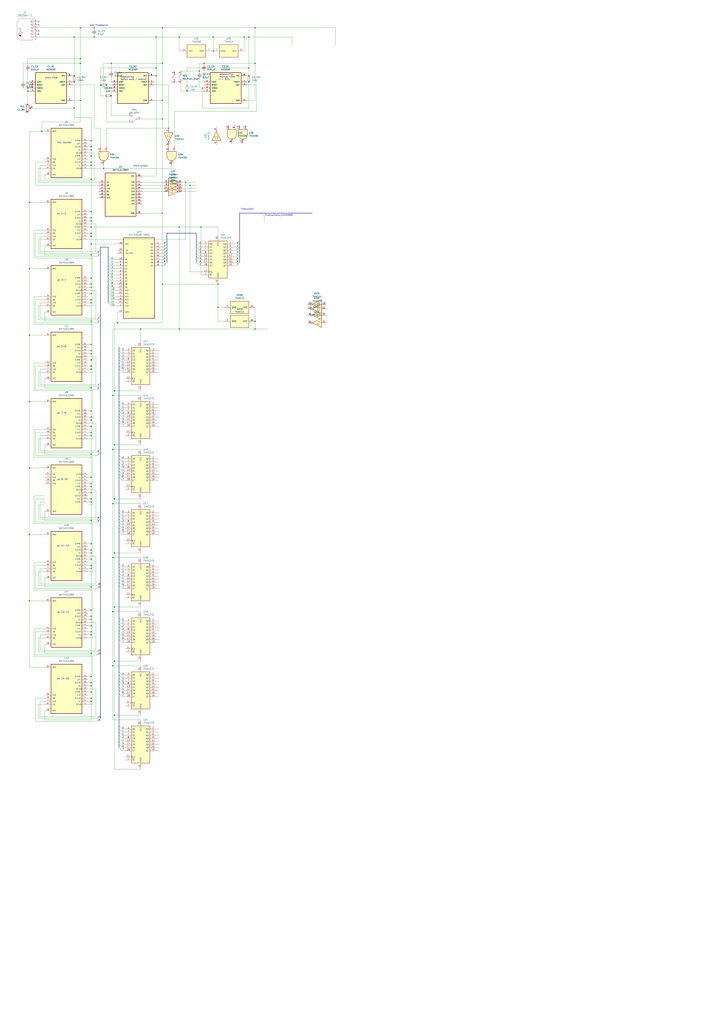
<source format=kicad_sch>
(kicad_sch (version 20211123) (generator eeschema)
  (paper "A1" portrait)
  (junction (at 204.47 67.31))
  (junction (at 34.29 107.95))
  (junction (at 74.93 241.3))
  (junction (at 74.93 147.32))
  (junction (at 74.93 246.38))
  (junction (at 204.47 30.48))
  (junction (at 93.98 588.01))
  (junction (at 74.93 120.65))
  (junction (at 133.35 97.79))
  (junction (at 74.93 115.57))
  (junction (at 74.93 236.22))
  (junction (at 74.93 447.04))
  (junction (at 66.04 82.55))
  (junction (at 74.93 209.55))
  (junction (at 74.93 405.13))
  (junction (at 133.35 22.86))
  (junction (at 74.93 355.6))
  (junction (at 74.93 191.77))
  (junction (at 87.63 69.85))
  (junction (at 24.13 439.42))
  (junction (at 24.13 220.98))
  (junction (at 24.13 494.03))
  (junction (at 153.67 74.93))
  (junction (at 115.57 270.51))
  (junction (at 74.93 400.05))
  (junction (at 92.71 547.37))
  (junction (at 128.27 62.23))
  (junction (at 74.93 514.35))
  (junction (at 60.96 62.23))
  (junction (at 74.93 303.53))
  (junction (at 60.96 30.48))
  (junction (at 74.93 133.35))
  (junction (at 22.86 72.39))
  (junction (at 200.66 30.48))
  (junction (at 74.93 288.29))
  (junction (at 74.93 135.89))
  (junction (at 74.93 186.69))
  (junction (at 92.71 458.47))
  (junction (at 163.83 58.42))
  (junction (at 93.98 321.31))
  (junction (at 74.93 337.82))
  (junction (at 74.93 563.88))
  (junction (at 74.93 467.36))
  (junction (at 92.71 414.02))
  (junction (at 74.93 358.14))
  (junction (at 209.55 270.51))
  (junction (at 179.07 233.68))
  (junction (at 24.13 330.2))
  (junction (at 74.93 464.82))
  (junction (at 24.13 275.59))
  (junction (at 74.93 521.97))
  (junction (at 91.44 52.07))
  (junction (at 74.93 482.6))
  (junction (at 209.55 264.16))
  (junction (at 209.55 52.07))
  (junction (at 66.04 52.07))
  (junction (at 74.93 295.91))
  (junction (at 166.37 72.39))
  (junction (at 93.98 365.76))
  (junction (at 74.93 576.58))
  (junction (at 138.43 105.41))
  (junction (at 74.93 459.74))
  (junction (at 152.4 149.86))
  (junction (at 147.32 270.51))
  (junction (at 74.93 300.99))
  (junction (at 92.71 325.12))
  (junction (at 22.86 74.93))
  (junction (at 74.93 373.38))
  (junction (at 93.98 543.56))
  (junction (at 92.71 369.57))
  (junction (at 93.98 410.21))
  (junction (at 165.1 186.69))
  (junction (at 96.52 265.43))
  (junction (at 74.93 537.21))
  (junction (at 74.93 179.07))
  (junction (at 133.35 233.68))
  (junction (at 74.93 454.66))
  (junction (at 74.93 412.75))
  (junction (at 74.93 410.21))
  (junction (at 77.47 22.86))
  (junction (at 66.04 22.86))
  (junction (at 167.64 52.07))
  (junction (at 24.13 384.81))
  (junction (at 24.13 166.37))
  (junction (at 156.21 152.4))
  (junction (at 93.98 454.66))
  (junction (at 77.47 30.48))
  (junction (at 74.93 181.61))
  (junction (at 74.93 233.68))
  (junction (at 82.55 69.85))
  (junction (at 128.27 55.88))
  (junction (at 74.93 123.19))
  (junction (at 74.93 283.21))
  (junction (at 74.93 200.66))
  (junction (at 204.47 62.23))
  (junction (at 74.93 318.77))
  (junction (at 175.26 41.91))
  (junction (at 74.93 501.65))
  (junction (at 133.35 175.26))
  (junction (at 74.93 556.26))
  (junction (at 60.96 88.9))
  (junction (at 147.32 30.48))
  (junction (at 209.55 22.86))
  (junction (at 128.27 30.48))
  (junction (at 74.93 519.43))
  (junction (at 74.93 568.96))
  (junction (at 74.93 350.52))
  (junction (at 74.93 290.83))
  (junction (at 74.93 228.6))
  (junction (at 133.35 82.55))
  (junction (at 179.07 252.73))
  (junction (at 133.35 52.07))
  (junction (at 85.09 138.43))
  (junction (at 74.93 574.04))
  (junction (at 74.93 427.99))
  (junction (at 74.93 264.16))
  (junction (at 91.44 78.74))
  (junction (at 74.93 452.12))
  (junction (at 175.26 30.48))
  (junction (at 66.04 48.26))
  (junction (at 93.98 499.11))
  (junction (at 92.71 502.92))
  (junction (at 74.93 561.34))
  (junction (at 74.93 342.9))
  (junction (at 60.96 67.31))
  (junction (at 147.32 186.69))
  (junction (at 74.93 248.92))
  (junction (at 74.93 509.27))
  (junction (at 74.93 173.99))
  (junction (at 204.47 55.88))
  (junction (at 74.93 128.27))
  (junction (at 74.93 392.43))
  (junction (at 74.93 194.31))
  (junction (at 74.93 397.51))
  (junction (at 74.93 506.73))
  (junction (at 74.93 345.44))
  (no_connect (at 31.75 17.78))
  (no_connect (at 31.75 27.94))
  (no_connect (at 31.75 20.32))
  (no_connect (at 31.75 25.4))
  (bus_entry (at 161.29 203.2) (size 2.54 2.54))
  (bus_entry (at 97.79 290.83) (size 2.54 2.54))
  (bus_entry (at 97.79 513.08) (size 2.54 2.54))
  (bus_entry (at 137.16 203.2) (size -2.54 2.54))
  (bus_entry (at 82.55 478.79) (size -2.54 2.54))
  (bus_entry (at 194.31 205.74) (size 2.54 -2.54))
  (bus_entry (at 97.79 468.63) (size 2.54 2.54))
  (bus_entry (at 97.79 424.18) (size 2.54 2.54))
  (bus_entry (at 97.79 337.82) (size 2.54 2.54))
  (bus_entry (at 163.83 200.66) (size -2.54 -2.54))
  (bus_entry (at 97.79 478.79) (size 2.54 2.54))
  (bus_entry (at 97.79 379.73) (size 2.54 2.54))
  (bus_entry (at 82.55 372.11) (size -2.54 2.54))
  (bus_entry (at 161.29 213.36) (size 2.54 2.54))
  (bus_entry (at 97.79 471.17) (size 2.54 2.54))
  (bus_entry (at 88.9 246.38) (size 2.54 2.54))
  (bus_entry (at 100.33 466.09) (size -2.54 -2.54))
  (bus_entry (at 161.29 210.82) (size 2.54 2.54))
  (bus_entry (at 161.29 208.28) (size 2.54 2.54))
  (bus_entry (at 97.79 567.69) (size 2.54 2.54))
  (bus_entry (at 137.16 200.66) (size -2.54 2.54))
  (bus_entry (at 97.79 473.71) (size 2.54 2.54))
  (bus_entry (at 100.33 554.99) (size -2.54 -2.54))
  (bus_entry (at 97.79 426.72) (size 2.54 2.54))
  (bus_entry (at 97.79 510.54) (size 2.54 2.54))
  (bus_entry (at 97.79 345.44) (size 2.54 2.54))
  (bus_entry (at 82.55 535.94) (size -2.54 2.54))
  (bus_entry (at 97.79 340.36) (size 2.54 2.54))
  (bus_entry (at 100.33 510.54) (size -2.54 -2.54))
  (bus_entry (at 82.55 590.55) (size -2.54 2.54))
  (bus_entry (at 97.79 384.81) (size 2.54 2.54))
  (bus_entry (at 97.79 612.14) (size 2.54 2.54))
  (bus_entry (at 97.79 303.53) (size 2.54 2.54))
  (bus_entry (at 100.33 288.29) (size -2.54 -2.54))
  (bus_entry (at 82.55 317.5) (size -2.54 2.54))
  (bus_entry (at 194.31 218.44) (size 2.54 -2.54))
  (bus_entry (at 194.31 200.66) (size 2.54 -2.54))
  (bus_entry (at 97.79 382.27) (size 2.54 2.54))
  (bus_entry (at 137.16 210.82) (size -2.54 2.54))
  (bus_entry (at 88.9 218.44) (size 2.54 2.54))
  (bus_entry (at 97.79 557.53) (size 2.54 2.54))
  (bus_entry (at 100.33 599.44) (size -2.54 -2.54))
  (bus_entry (at 97.79 300.99) (size 2.54 2.54))
  (bus_entry (at 137.16 215.9) (size -2.54 2.54))
  (bus_entry (at 88.9 223.52) (size 2.54 2.54))
  (bus_entry (at 97.79 520.7) (size 2.54 2.54))
  (bus_entry (at 97.79 614.68) (size 2.54 2.54))
  (bus_entry (at 82.55 369.57) (size -2.54 2.54))
  (bus_entry (at 97.79 377.19) (size 2.54 2.54))
  (bus_entry (at 97.79 335.28) (size 2.54 2.54))
  (bus_entry (at 97.79 562.61) (size 2.54 2.54))
  (bus_entry (at 88.9 236.22) (size 2.54 2.54))
  (bus_entry (at 97.79 607.06) (size 2.54 2.54))
  (bus_entry (at 97.79 434.34) (size 2.54 2.54))
  (bus_entry (at 100.33 421.64) (size -2.54 -2.54))
  (bus_entry (at 88.9 248.92) (size 2.54 2.54))
  (bus_entry (at 137.16 208.28) (size -2.54 2.54))
  (bus_entry (at 161.29 200.66) (size 2.54 2.54))
  (bus_entry (at 97.79 476.25) (size 2.54 2.54))
  (bus_entry (at 97.79 560.07) (size 2.54 2.54))
  (bus_entry (at 97.79 523.24) (size 2.54 2.54))
  (bus_entry (at 82.55 260.35) (size -2.54 2.54))
  (bus_entry (at 88.9 238.76) (size 2.54 2.54))
  (bus_entry (at 97.79 392.43) (size 2.54 2.54))
  (bus_entry (at 97.79 599.44) (size 2.54 2.54))
  (bus_entry (at 97.79 604.52) (size 2.54 2.54))
  (bus_entry (at 97.79 431.8) (size 2.54 2.54))
  (bus_entry (at 97.79 481.33) (size 2.54 2.54))
  (bus_entry (at 88.9 241.3) (size 2.54 2.54))
  (bus_entry (at 97.79 288.29) (size 2.54 2.54))
  (bus_entry (at 137.16 205.74) (size -2.54 2.54))
  (bus_entry (at 97.79 609.6) (size 2.54 2.54))
  (bus_entry (at 97.79 565.15) (size 2.54 2.54))
  (bus_entry (at 194.31 208.28) (size 2.54 -2.54))
  (bus_entry (at 88.9 213.36) (size 2.54 2.54))
  (bus_entry (at 82.55 205.74) (size -2.54 2.54))
  (bus_entry (at 82.55 481.33) (size -2.54 2.54))
  (bus_entry (at 214.63 175.26) (size 2.54 2.54))
  (bus_entry (at 82.55 262.89) (size -2.54 2.54))
  (bus_entry (at 88.9 210.82) (size 2.54 2.54))
  (bus_entry (at 100.33 332.74) (size -2.54 -2.54))
  (bus_entry (at 97.79 389.89) (size 2.54 2.54))
  (bus_entry (at 82.55 533.4) (size -2.54 2.54))
  (bus_entry (at 100.33 377.19) (size -2.54 -2.54))
  (bus_entry (at 97.79 342.9) (size 2.54 2.54))
  (bus_entry (at 88.9 215.9) (size 2.54 2.54))
  (bus_entry (at 194.31 215.9) (size 2.54 -2.54))
  (bus_entry (at 97.79 332.74) (size 2.54 2.54))
  (bus_entry (at 97.79 554.99) (size 2.54 2.54))
  (bus_entry (at 97.79 429.26) (size 2.54 2.54))
  (bus_entry (at 97.79 295.91) (size 2.54 2.54))
  (bus_entry (at 97.79 518.16) (size 2.54 2.54))
  (bus_entry (at 82.55 314.96) (size -2.54 2.54))
  (bus_entry (at 137.16 198.12) (size -2.54 2.54))
  (bus_entry (at 194.31 210.82) (size 2.54 -2.54))
  (bus_entry (at 97.79 570.23) (size 2.54 2.54))
  (bus_entry (at 97.79 525.78) (size 2.54 2.54))
  (bus_entry (at 82.55 424.18) (size -2.54 2.54))
  (bus_entry (at 97.79 436.88) (size 2.54 2.54))
  (bus_entry (at 97.79 515.62) (size 2.54 2.54))
  (bus_entry (at 88.9 226.06) (size 2.54 2.54))
  (bus_entry (at 88.9 231.14) (size 2.54 2.54))
  (bus_entry (at 97.79 293.37) (size 2.54 2.54))
  (bus_entry (at 88.9 243.84) (size 2.54 2.54))
  (bus_entry (at 194.31 213.36) (size 2.54 -2.54))
  (bus_entry (at 137.16 213.36) (size -2.54 2.54))
  (bus_entry (at 88.9 220.98) (size 2.54 2.54))
  (bus_entry (at 97.79 387.35) (size 2.54 2.54))
  (bus_entry (at 194.31 203.2) (size 2.54 -2.54))
  (bus_entry (at 161.29 205.74) (size 2.54 2.54))
  (bus_entry (at 97.79 601.98) (size 2.54 2.54))
  (bus_entry (at 88.9 233.68) (size 2.54 2.54))
  (bus_entry (at 97.79 466.09) (size 2.54 2.54))
  (bus_entry (at 82.55 426.72) (size -2.54 2.54))
  (bus_entry (at 82.55 208.28) (size -2.54 2.54))
  (bus_entry (at 88.9 228.6) (size 2.54 2.54))
  (bus_entry (at 97.79 298.45) (size 2.54 2.54))
  (bus_entry (at 82.55 588.01) (size -2.54 2.54))
  (bus_entry (at 97.79 421.64) (size 2.54 2.54))
  (bus_entry (at 161.29 215.9) (size 2.54 2.54))
  (bus_entry (at 97.79 347.98) (size 2.54 2.54))
  (wire (pts (xy 74.93 501.65) (xy 74.93 506.73)))
  (wire (pts (xy 74.93 194.31) (xy 74.93 191.77)))
  (wire (pts (xy 96.52 265.43) (xy 96.52 256.54)))
  (wire (pts (xy 74.93 337.82) (xy 74.93 342.9)))
  (wire (pts (xy 36.83 420.37) (xy 36.83 427.99)))
  (wire (pts (xy 72.39 133.35) (xy 74.93 133.35)))
  (wire (pts (xy 31.75 579.12) (xy 36.83 579.12)))
  (wire (pts (xy 29.21 519.43) (xy 29.21 538.48)))
  (wire (pts (xy 74.93 556.26) (xy 74.93 561.34)))
  (bus (pts (xy 88.9 220.98) (xy 88.9 223.52)))
  (wire (pts (xy 128.27 483.87) (xy 130.81 483.87)))
  (wire (pts (xy 93.98 265.43) (xy 93.98 321.31)))
  (wire (pts (xy 91.44 52.07) (xy 91.44 58.42)))
  (bus (pts (xy 97.79 473.71) (xy 97.79 476.25)))
  (wire (pts (xy 72.39 405.13) (xy 74.93 405.13)))
  (bus (pts (xy 88.9 215.9) (xy 88.9 218.44)))
  (wire (pts (xy 153.67 55.88) (xy 204.47 55.88)))
  (wire (pts (xy 93.98 632.46) (xy 115.57 632.46)))
  (wire (pts (xy 133.35 97.79) (xy 133.35 175.26)))
  (wire (pts (xy 165.1 226.06) (xy 165.1 186.69)))
  (wire (pts (xy 204.47 67.31) (xy 204.47 88.9)))
  (wire (pts (xy 204.47 30.48) (xy 204.47 55.88)))
  (wire (pts (xy 100.33 295.91) (xy 102.87 295.91)))
  (wire (pts (xy 96.52 265.43) (xy 133.35 265.43)))
  (wire (pts (xy 149.86 149.86) (xy 152.4 149.86)))
  (wire (pts (xy 33.02 370.84) (xy 78.74 370.84)))
  (wire (pts (xy 36.83 407.67) (xy 27.94 407.67)))
  (wire (pts (xy 91.44 231.14) (xy 96.52 231.14)))
  (bus (pts (xy 137.16 208.28) (xy 137.16 210.82)))
  (wire (pts (xy 200.66 30.48) (xy 200.66 41.91)))
  (wire (pts (xy 128.27 481.33) (xy 130.81 481.33)))
  (wire (pts (xy 72.39 337.82) (xy 74.93 337.82)))
  (wire (pts (xy 133.35 175.26) (xy 133.35 233.68)))
  (wire (pts (xy 31.75 372.11) (xy 31.75 360.68)))
  (wire (pts (xy 31.75 360.68) (xy 36.83 360.68)))
  (wire (pts (xy 128.27 295.91) (xy 130.81 295.91)))
  (wire (pts (xy 116.84 157.48) (xy 134.62 157.48)))
  (bus (pts (xy 88.9 228.6) (xy 88.9 231.14)))
  (wire (pts (xy 138.43 69.85) (xy 138.43 105.41)))
  (wire (pts (xy 128.27 389.89) (xy 130.81 389.89)))
  (bus (pts (xy 97.79 518.16) (xy 97.79 520.7)))
  (wire (pts (xy 29.21 246.38) (xy 29.21 265.43)))
  (bus (pts (xy 97.79 463.55) (xy 97.79 466.09)))
  (wire (pts (xy 36.83 591.82) (xy 74.93 591.82)))
  (wire (pts (xy 163.83 210.82) (xy 166.37 210.82)))
  (wire (pts (xy 74.93 350.52) (xy 74.93 355.6)))
  (wire (pts (xy 34.29 100.33) (xy 66.04 100.33)))
  (wire (pts (xy 152.4 149.86) (xy 152.4 196.85)))
  (wire (pts (xy 128.27 300.99) (xy 130.81 300.99)))
  (bus (pts (xy 97.79 510.54) (xy 97.79 513.08)))
  (wire (pts (xy 36.83 147.32) (xy 74.93 147.32)))
  (wire (pts (xy 149.86 154.94) (xy 161.29 154.94)))
  (bus (pts (xy 82.55 535.94) (xy 82.55 588.01)))
  (bus (pts (xy 97.79 560.07) (xy 97.79 562.61)))
  (wire (pts (xy 74.93 412.75) (xy 74.93 410.21)))
  (wire (pts (xy 100.33 478.79) (xy 102.87 478.79)))
  (wire (pts (xy 72.39 248.92) (xy 74.93 248.92)))
  (wire (pts (xy 29.21 191.77) (xy 29.21 210.82)))
  (wire (pts (xy 77.47 29.21) (xy 77.47 30.48)))
  (wire (pts (xy 72.39 293.37) (xy 78.74 293.37)))
  (bus (pts (xy 97.79 293.37) (xy 97.79 295.91)))
  (wire (pts (xy 31.75 481.33) (xy 31.75 469.9)))
  (bus (pts (xy 97.79 384.81) (xy 97.79 387.35)))
  (wire (pts (xy 191.77 200.66) (xy 194.31 200.66)))
  (wire (pts (xy 91.44 243.84) (xy 96.52 243.84)))
  (bus (pts (xy 97.79 476.25) (xy 97.79 478.79)))
  (wire (pts (xy 92.71 325.12) (xy 115.57 325.12)))
  (wire (pts (xy 72.39 181.61) (xy 74.93 181.61)))
  (bus (pts (xy 97.79 345.44) (xy 97.79 347.98)))
  (wire (pts (xy 128.27 528.32) (xy 130.81 528.32)))
  (wire (pts (xy 163.83 205.74) (xy 166.37 205.74)))
  (wire (pts (xy 100.33 609.6) (xy 102.87 609.6)))
  (wire (pts (xy 204.47 55.88) (xy 204.47 62.23)))
  (wire (pts (xy 31.75 196.85) (xy 36.83 196.85)))
  (wire (pts (xy 66.04 22.86) (xy 66.04 48.26)))
  (wire (pts (xy 100.33 525.78) (xy 102.87 525.78)))
  (wire (pts (xy 36.83 243.84) (xy 27.94 243.84)))
  (wire (pts (xy 31.75 262.89) (xy 80.01 262.89)))
  (wire (pts (xy 100.33 394.97) (xy 102.87 394.97)))
  (wire (pts (xy 100.33 431.8) (xy 102.87 431.8)))
  (wire (pts (xy 33.02 576.58) (xy 33.02 589.28)))
  (wire (pts (xy 86.36 78.74) (xy 82.55 78.74)))
  (wire (pts (xy 60.96 96.52) (xy 74.93 96.52)))
  (wire (pts (xy 24.13 384.81) (xy 24.13 439.42)))
  (wire (pts (xy 163.83 64.77) (xy 163.83 72.39)))
  (bus (pts (xy 97.79 570.23) (xy 97.79 596.9)))
  (wire (pts (xy 36.83 194.31) (xy 33.02 194.31)))
  (wire (pts (xy 22.86 58.42) (xy 22.86 67.31)))
  (wire (pts (xy 72.39 125.73) (xy 77.47 125.73)))
  (wire (pts (xy 74.93 373.38) (xy 74.93 392.43)))
  (wire (pts (xy 33.02 194.31) (xy 33.02 207.01)))
  (wire (pts (xy 163.83 215.9) (xy 166.37 215.9)))
  (wire (pts (xy 36.83 311.15) (xy 36.83 318.77)))
  (wire (pts (xy 78.74 238.76) (xy 78.74 261.62)))
  (wire (pts (xy 76.2 375.92) (xy 76.2 415.29)))
  (wire (pts (xy 29.21 519.43) (xy 36.83 519.43)))
  (wire (pts (xy 191.77 210.82) (xy 194.31 210.82)))
  (wire (pts (xy 33.02 303.53) (xy 33.02 316.23)))
  (wire (pts (xy 91.44 220.98) (xy 96.52 220.98)))
  (wire (pts (xy 93.98 588.01) (xy 93.98 632.46)))
  (wire (pts (xy 133.35 22.86) (xy 209.55 22.86)))
  (wire (pts (xy 36.83 529.59) (xy 36.83 537.21)))
  (bus (pts (xy 97.79 288.29) (xy 97.79 290.83)))
  (bus (pts (xy 196.85 198.12) (xy 196.85 200.66)))
  (bus (pts (xy 82.55 372.11) (xy 82.55 424.18)))
  (bus (pts (xy 97.79 421.64) (xy 97.79 424.18)))
  (wire (pts (xy 91.44 246.38) (xy 96.52 246.38)))
  (wire (pts (xy 100.33 436.88) (xy 102.87 436.88)))
  (wire (pts (xy 29.21 133.35) (xy 29.21 152.4)))
  (wire (pts (xy 156.21 152.4) (xy 156.21 223.52)))
  (bus (pts (xy 88.9 226.06) (xy 88.9 228.6)))
  (bus (pts (xy 97.79 295.91) (xy 97.79 298.45)))
  (wire (pts (xy 92.71 547.37) (xy 92.71 591.82)))
  (wire (pts (xy 179.07 233.68) (xy 179.07 252.73)))
  (wire (pts (xy 22.86 74.93) (xy 22.86 85.09)))
  (wire (pts (xy 29.21 152.4) (xy 81.28 152.4)))
  (bus (pts (xy 161.29 200.66) (xy 161.29 203.2)))
  (wire (pts (xy 91.44 228.6) (xy 96.52 228.6)))
  (wire (pts (xy 128.27 345.44) (xy 130.81 345.44)))
  (wire (pts (xy 76.2 539.75) (xy 76.2 579.12)))
  (wire (pts (xy 76.2 415.29) (xy 72.39 415.29)))
  (bus (pts (xy 137.16 198.12) (xy 137.16 200.66)))
  (wire (pts (xy 33.02 534.67) (xy 78.74 534.67)))
  (wire (pts (xy 132.08 208.28) (xy 134.62 208.28)))
  (wire (pts (xy 74.93 318.77) (xy 74.93 337.82)))
  (wire (pts (xy 128.27 306.07) (xy 130.81 306.07)))
  (wire (pts (xy 60.96 67.31) (xy 60.96 88.9)))
  (wire (pts (xy 100.33 617.22) (xy 102.87 617.22)))
  (wire (pts (xy 66.04 48.26) (xy 66.04 52.07)))
  (wire (pts (xy 72.39 288.29) (xy 74.93 288.29)))
  (wire (pts (xy 33.02 412.75) (xy 33.02 425.45)))
  (wire (pts (xy 36.83 107.95) (xy 34.29 107.95)))
  (wire (pts (xy 74.93 521.97) (xy 74.93 519.43)))
  (bus (pts (xy 82.55 588.01) (xy 82.55 590.55)))
  (wire (pts (xy 66.04 52.07) (xy 66.04 82.55)))
  (bus (pts (xy 97.79 557.53) (xy 97.79 560.07)))
  (wire (pts (xy 175.26 30.48) (xy 200.66 30.48)))
  (wire (pts (xy 74.93 135.89) (xy 74.93 133.35)))
  (wire (pts (xy 100.33 429.26) (xy 102.87 429.26)))
  (wire (pts (xy 36.83 412.75) (xy 33.02 412.75)))
  (wire (pts (xy 72.39 556.26) (xy 74.93 556.26)))
  (wire (pts (xy 76.2 360.68) (xy 72.39 360.68)))
  (bus (pts (xy 196.85 210.82) (xy 196.85 213.36)))
  (bus (pts (xy 97.79 599.44) (xy 97.79 601.98)))
  (wire (pts (xy 116.84 154.94) (xy 134.62 154.94)))
  (wire (pts (xy 74.93 147.32) (xy 74.93 173.99)))
  (wire (pts (xy 128.27 342.9) (xy 130.81 342.9)))
  (wire (pts (xy 163.83 200.66) (xy 166.37 200.66)))
  (wire (pts (xy 210.82 69.85) (xy 210.82 91.44)))
  (wire (pts (xy 128.27 426.72) (xy 130.81 426.72)))
  (wire (pts (xy 31.75 149.86) (xy 31.75 138.43)))
  (wire (pts (xy 74.93 345.44) (xy 74.93 350.52)))
  (bus (pts (xy 137.16 205.74) (xy 137.16 208.28)))
  (wire (pts (xy 128.27 293.37) (xy 130.81 293.37)))
  (wire (pts (xy 128.27 614.68) (xy 130.81 614.68)))
  (wire (pts (xy 85.09 72.39) (xy 85.09 52.07)))
  (wire (pts (xy 100.33 473.71) (xy 102.87 473.71)))
  (wire (pts (xy 36.83 462.28) (xy 27.94 462.28)))
  (bus (pts (xy 97.79 431.8) (xy 97.79 434.34)))
  (wire (pts (xy 36.83 135.89) (xy 33.02 135.89)))
  (wire (pts (xy 240.03 36.83) (xy 240.03 30.48)))
  (wire (pts (xy 147.32 30.48) (xy 147.32 41.91)))
  (wire (pts (xy 116.84 152.4) (xy 134.62 152.4)))
  (wire (pts (xy 87.63 105.41) (xy 138.43 105.41)))
  (wire (pts (xy 100.33 513.08) (xy 102.87 513.08)))
  (wire (pts (xy 74.93 209.55) (xy 74.93 228.6)))
  (wire (pts (xy 133.35 233.68) (xy 133.35 265.43)))
  (wire (pts (xy 132.08 215.9) (xy 134.62 215.9)))
  (wire (pts (xy 100.33 483.87) (xy 102.87 483.87)))
  (wire (pts (xy 76.2 212.09) (xy 76.2 251.46)))
  (wire (pts (xy 93.98 265.43) (xy 96.52 265.43)))
  (wire (pts (xy 19.05 52.07) (xy 19.05 67.31)))
  (wire (pts (xy 72.39 454.66) (xy 74.93 454.66)))
  (wire (pts (xy 128.27 377.19) (xy 130.81 377.19)))
  (wire (pts (xy 36.83 516.89) (xy 27.94 516.89)))
  (wire (pts (xy 31.75 372.11) (xy 80.01 372.11)))
  (bus (pts (xy 97.79 607.06) (xy 97.79 609.6)))
  (wire (pts (xy 76.2 430.53) (xy 76.2 469.9)))
  (bus (pts (xy 88.9 203.2) (xy 88.9 210.82)))
  (wire (pts (xy 100.33 601.98) (xy 102.87 601.98)))
  (wire (pts (xy 72.39 173.99) (xy 74.93 173.99)))
  (wire (pts (xy 74.93 392.43) (xy 74.93 397.51)))
  (wire (pts (xy 74.93 295.91) (xy 74.93 300.99)))
  (wire (pts (xy 78.74 402.59) (xy 78.74 425.45)))
  (wire (pts (xy 93.98 454.66) (xy 93.98 499.11)))
  (wire (pts (xy 91.44 241.3) (xy 96.52 241.3)))
  (wire (pts (xy 100.33 335.28) (xy 102.87 335.28)))
  (wire (pts (xy 24.13 494.03) (xy 36.83 494.03)))
  (bus (pts (xy 97.79 520.7) (xy 97.79 523.24)))
  (wire (pts (xy 91.44 215.9) (xy 96.52 215.9)))
  (wire (pts (xy 100.33 515.62) (xy 102.87 515.62)))
  (wire (pts (xy 29.21 574.04) (xy 36.83 574.04)))
  (wire (pts (xy 140.97 135.89) (xy 140.97 138.43)))
  (wire (pts (xy 93.98 410.21) (xy 93.98 454.66)))
  (wire (pts (xy 128.27 337.82) (xy 130.81 337.82)))
  (wire (pts (xy 93.98 543.56) (xy 115.57 543.56)))
  (bus (pts (xy 97.79 601.98) (xy 97.79 604.52)))
  (wire (pts (xy 100.33 562.61) (xy 102.87 562.61)))
  (wire (pts (xy 82.55 69.85) (xy 82.55 55.88)))
  (wire (pts (xy 72.39 347.98) (xy 78.74 347.98)))
  (bus (pts (xy 82.55 205.74) (xy 82.55 208.28)))
  (wire (pts (xy 72.39 410.21) (xy 74.93 410.21)))
  (wire (pts (xy 24.13 220.98) (xy 36.83 220.98)))
  (bus (pts (xy 82.55 260.35) (xy 82.55 262.89)))
  (wire (pts (xy 92.71 458.47) (xy 92.71 502.92)))
  (bus (pts (xy 97.79 515.62) (xy 97.79 518.16)))
  (wire (pts (xy 29.21 574.04) (xy 29.21 593.09)))
  (wire (pts (xy 76.2 469.9) (xy 72.39 469.9)))
  (wire (pts (xy 128.27 609.6) (xy 130.81 609.6)))
  (bus (pts (xy 196.85 208.28) (xy 196.85 210.82)))
  (wire (pts (xy 100.33 599.44) (xy 102.87 599.44)))
  (wire (pts (xy 19.05 72.39) (xy 22.86 72.39)))
  (bus (pts (xy 97.79 340.36) (xy 97.79 342.9)))
  (wire (pts (xy 152.4 196.85) (xy 72.39 196.85)))
  (bus (pts (xy 97.79 552.45) (xy 97.79 554.99)))
  (wire (pts (xy 92.71 591.82) (xy 115.57 591.82)))
  (wire (pts (xy 72.39 233.68) (xy 74.93 233.68)))
  (wire (pts (xy 78.74 566.42) (xy 78.74 589.28)))
  (wire (pts (xy 100.33 384.81) (xy 102.87 384.81)))
  (wire (pts (xy 133.35 22.86) (xy 133.35 52.07)))
  (wire (pts (xy 100.33 466.09) (xy 102.87 466.09)))
  (wire (pts (xy 115.57 270.51) (xy 92.71 270.51)))
  (wire (pts (xy 72.39 412.75) (xy 74.93 412.75)))
  (wire (pts (xy 128.27 510.54) (xy 130.81 510.54)))
  (wire (pts (xy 93.98 499.11) (xy 115.57 499.11)))
  (wire (pts (xy 179.07 252.73) (xy 179.07 264.16)))
  (wire (pts (xy 74.93 358.14) (xy 74.93 355.6)))
  (wire (pts (xy 209.55 52.07) (xy 209.55 82.55)))
  (bus (pts (xy 97.79 466.09) (xy 97.79 468.63)))
  (wire (pts (xy 74.93 200.66) (xy 74.93 209.55)))
  (wire (pts (xy 33.02 316.23) (xy 78.74 316.23)))
  (wire (pts (xy 72.39 521.97) (xy 74.93 521.97)))
  (wire (pts (xy 100.33 481.33) (xy 102.87 481.33)))
  (wire (pts (xy 72.39 246.38) (xy 74.93 246.38)))
  (wire (pts (xy 27.94 430.53) (xy 76.2 430.53)))
  (wire (pts (xy 100.33 345.44) (xy 102.87 345.44)))
  (wire (pts (xy 179.07 193.04) (xy 179.07 186.69)))
  (wire (pts (xy 100.33 604.52) (xy 102.87 604.52)))
  (wire (pts (xy 204.47 62.23) (xy 203.2 62.23)))
  (wire (pts (xy 100.33 518.16) (xy 102.87 518.16)))
  (wire (pts (xy 133.35 52.07) (xy 133.35 82.55)))
  (wire (pts (xy 82.55 105.41) (xy 82.55 120.65)))
  (bus (pts (xy 97.79 303.53) (xy 97.79 330.2)))
  (wire (pts (xy 152.4 149.86) (xy 161.29 149.86)))
  (bus (pts (xy 97.79 298.45) (xy 97.79 300.99)))
  (wire (pts (xy 74.93 248.92) (xy 74.93 246.38)))
  (wire (pts (xy 74.93 200.66) (xy 96.52 200.66)))
  (wire (pts (xy 74.93 454.66) (xy 74.93 459.74)))
  (wire (pts (xy 34.29 107.95) (xy 24.13 107.95)))
  (bus (pts (xy 97.79 335.28) (xy 97.79 337.82)))
  (wire (pts (xy 31.75 317.5) (xy 31.75 306.07)))
  (wire (pts (xy 72.39 342.9) (xy 74.93 342.9)))
  (wire (pts (xy 167.64 52.07) (xy 167.64 53.34)))
  (wire (pts (xy 76.2 485.14) (xy 76.2 524.51)))
  (wire (pts (xy 91.44 248.92) (xy 96.52 248.92)))
  (wire (pts (xy 275.59 36.83) (xy 275.59 22.86)))
  (wire (pts (xy 100.33 614.68) (xy 102.87 614.68)))
  (wire (pts (xy 105.41 95.25) (xy 91.44 95.25)))
  (wire (pts (xy 27.94 407.67) (xy 27.94 430.53)))
  (wire (pts (xy 29.21 410.21) (xy 29.21 429.26)))
  (wire (pts (xy 74.93 228.6) (xy 74.93 233.68)))
  (wire (pts (xy 128.27 392.43) (xy 130.81 392.43)))
  (wire (pts (xy 72.39 345.44) (xy 74.93 345.44)))
  (wire (pts (xy 31.75 22.86) (xy 66.04 22.86)))
  (wire (pts (xy 72.39 467.36) (xy 74.93 467.36)))
  (wire (pts (xy 128.27 332.74) (xy 130.81 332.74)))
  (wire (pts (xy 24.13 67.31) (xy 22.86 67.31)))
  (wire (pts (xy 60.96 88.9) (xy 60.96 96.52)))
  (wire (pts (xy 72.39 358.14) (xy 74.93 358.14)))
  (wire (pts (xy 209.55 252.73) (xy 209.55 264.16)))
  (wire (pts (xy 29.21 246.38) (xy 36.83 246.38)))
  (bus (pts (xy 97.79 419.1) (xy 97.79 421.64)))
  (wire (pts (xy 31.75 524.51) (xy 36.83 524.51)))
  (wire (pts (xy 128.27 55.88) (xy 128.27 62.23)))
  (wire (pts (xy 91.44 251.46) (xy 96.52 251.46)))
  (wire (pts (xy 128.27 30.48) (xy 128.27 55.88)))
  (wire (pts (xy 163.83 218.44) (xy 166.37 218.44)))
  (wire (pts (xy 74.93 482.6) (xy 74.93 501.65)))
  (wire (pts (xy 72.39 236.22) (xy 74.93 236.22)))
  (wire (pts (xy 77.47 22.86) (xy 77.47 24.13)))
  (wire (pts (xy 29.21 538.48) (xy 80.01 538.48)))
  (wire (pts (xy 74.93 179.07) (xy 74.93 181.61)))
  (wire (pts (xy 132.08 210.82) (xy 134.62 210.82)))
  (wire (pts (xy 29.21 355.6) (xy 29.21 374.65)))
  (wire (pts (xy 29.21 429.26) (xy 80.01 429.26)))
  (wire (pts (xy 149.86 152.4) (xy 156.21 152.4)))
  (bus (pts (xy 97.79 436.88) (xy 97.79 463.55)))
  (wire (pts (xy 77.47 30.48) (xy 128.27 30.48)))
  (bus (pts (xy 88.9 233.68) (xy 88.9 236.22)))
  (wire (pts (xy 153.67 74.93) (xy 167.64 74.93)))
  (wire (pts (xy 100.33 300.99) (xy 102.87 300.99)))
  (wire (pts (xy 128.27 387.35) (xy 130.81 387.35)))
  (wire (pts (xy 128.27 62.23) (xy 127 62.23)))
  (bus (pts (xy 97.79 330.2) (xy 97.79 332.74)))
  (wire (pts (xy 147.32 30.48) (xy 175.26 30.48)))
  (bus (pts (xy 88.9 223.52) (xy 88.9 226.06)))
  (wire (pts (xy 72.39 350.52) (xy 74.93 350.52)))
  (wire (pts (xy 72.39 241.3) (xy 74.93 241.3)))
  (wire (pts (xy 128.27 424.18) (xy 130.81 424.18)))
  (bus (pts (xy 161.29 191.77) (xy 161.29 198.12)))
  (wire (pts (xy 31.75 535.94) (xy 80.01 535.94)))
  (bus (pts (xy 88.9 213.36) (xy 88.9 215.9)))
  (wire (pts (xy 167.64 52.07) (xy 209.55 52.07)))
  (wire (pts (xy 100.33 565.15) (xy 102.87 565.15)))
  (wire (pts (xy 74.93 236.22) (xy 74.93 241.3)))
  (wire (pts (xy 91.44 226.06) (xy 96.52 226.06)))
  (wire (pts (xy 209.55 270.51) (xy 219.71 270.51)))
  (wire (pts (xy 165.1 186.69) (xy 147.32 186.69)))
  (wire (pts (xy 128.27 599.44) (xy 130.81 599.44)))
  (wire (pts (xy 36.83 209.55) (xy 74.93 209.55)))
  (wire (pts (xy 72.39 457.2) (xy 78.74 457.2)))
  (wire (pts (xy 72.39 228.6) (xy 74.93 228.6)))
  (wire (pts (xy 36.83 521.97) (xy 33.02 521.97)))
  (wire (pts (xy 74.93 506.73) (xy 74.93 509.27)))
  (wire (pts (xy 78.74 293.37) (xy 78.74 316.23)))
  (wire (pts (xy 128.27 525.78) (xy 130.81 525.78)))
  (wire (pts (xy 60.96 30.48) (xy 60.96 62.23)))
  (wire (pts (xy 147.32 270.51) (xy 209.55 270.51)))
  (wire (pts (xy 74.93 452.12) (xy 74.93 454.66)))
  (wire (pts (xy 72.39 120.65) (xy 74.93 120.65)))
  (wire (pts (xy 147.32 270.51) (xy 115.57 270.51)))
  (wire (pts (xy 92.71 369.57) (xy 115.57 369.57)))
  (wire (pts (xy 74.93 115.57) (xy 74.93 120.65)))
  (wire (pts (xy 85.09 138.43) (xy 85.09 135.89)))
  (wire (pts (xy 77.47 105.41) (xy 82.55 105.41)))
  (wire (pts (xy 191.77 205.74) (xy 194.31 205.74)))
  (wire (pts (xy 128.27 62.23) (xy 128.27 144.78)))
  (bus (pts (xy 88.9 236.22) (xy 88.9 238.76)))
  (wire (pts (xy 72.39 452.12) (xy 74.93 452.12)))
  (wire (pts (xy 128.27 30.48) (xy 147.32 30.48)))
  (wire (pts (xy 27.94 298.45) (xy 27.94 321.31)))
  (wire (pts (xy 209.55 264.16) (xy 209.55 270.51)))
  (wire (pts (xy 78.74 457.2) (xy 78.74 480.06)))
  (wire (pts (xy 74.93 283.21) (xy 74.93 288.29)))
  (wire (pts (xy 72.39 400.05) (xy 74.93 400.05)))
  (wire (pts (xy 72.39 464.82) (xy 74.93 464.82)))
  (wire (pts (xy 179.07 186.69) (xy 165.1 186.69)))
  (bus (pts (xy 88.9 218.44) (xy 88.9 220.98)))
  (wire (pts (xy 91.44 95.25) (xy 91.44 78.74)))
  (wire (pts (xy 72.39 128.27) (xy 74.93 128.27)))
  (wire (pts (xy 36.83 365.76) (xy 36.83 373.38)))
  (bus (pts (xy 88.9 231.14) (xy 88.9 233.68)))
  (wire (pts (xy 93.98 543.56) (xy 93.98 588.01)))
  (wire (pts (xy 128.27 612.14) (xy 130.81 612.14)))
  (wire (pts (xy 128.27 478.79) (xy 130.81 478.79)))
  (bus (pts (xy 82.55 426.72) (xy 82.55 478.79)))
  (wire (pts (xy 60.96 30.48) (xy 77.47 30.48)))
  (wire (pts (xy 72.39 238.76) (xy 78.74 238.76)))
  (bus (pts (xy 82.55 424.18) (xy 82.55 426.72)))
  (wire (pts (xy 175.26 41.91) (xy 175.26 30.48)))
  (wire (pts (xy 33.02 135.89) (xy 33.02 148.59)))
  (wire (pts (xy 27.94 189.23) (xy 27.94 212.09)))
  (wire (pts (xy 29.21 300.99) (xy 36.83 300.99)))
  (wire (pts (xy 24.13 439.42) (xy 24.13 494.03)))
  (wire (pts (xy 74.93 576.58) (xy 74.93 574.04)))
  (wire (pts (xy 100.33 607.06) (xy 102.87 607.06)))
  (wire (pts (xy 92.71 369.57) (xy 92.71 414.02)))
  (bus (pts (xy 97.79 609.6) (xy 97.79 612.14)))
  (wire (pts (xy 74.93 264.16) (xy 74.93 283.21)))
  (wire (pts (xy 29.21 133.35) (xy 36.83 133.35)))
  (wire (pts (xy 92.71 414.02) (xy 115.57 414.02)))
  (wire (pts (xy 19.05 52.07) (xy 66.04 52.07)))
  (wire (pts (xy 74.93 303.53) (xy 74.93 318.77)))
  (wire (pts (xy 92.71 502.92) (xy 115.57 502.92)))
  (wire (pts (xy 87.63 69.85) (xy 91.44 69.85)))
  (wire (pts (xy 100.33 382.27) (xy 102.87 382.27)))
  (wire (pts (xy 72.39 506.73) (xy 74.93 506.73)))
  (wire (pts (xy 128.27 515.62) (xy 130.81 515.62)))
  (wire (pts (xy 128.27 567.69) (xy 130.81 567.69)))
  (wire (pts (xy 59.69 82.55) (xy 66.04 82.55)))
  (wire (pts (xy 128.27 347.98) (xy 130.81 347.98)))
  (wire (pts (xy 100.33 572.77) (xy 102.87 572.77)))
  (wire (pts (xy 72.39 392.43) (xy 74.93 392.43)))
  (wire (pts (xy 72.39 283.21) (xy 74.93 283.21)))
  (wire (pts (xy 133.35 97.79) (xy 115.57 97.79)))
  (bus (pts (xy 137.16 213.36) (xy 137.16 215.9)))
  (bus (pts (xy 161.29 210.82) (xy 161.29 213.36)))
  (bus (pts (xy 97.79 429.26) (xy 97.79 431.8)))
  (wire (pts (xy 92.71 458.47) (xy 115.57 458.47)))
  (wire (pts (xy 91.44 78.74) (xy 91.44 74.93)))
  (wire (pts (xy 31.75 590.55) (xy 31.75 579.12)))
  (wire (pts (xy 91.44 233.68) (xy 96.52 233.68)))
  (wire (pts (xy 76.2 579.12) (xy 72.39 579.12)))
  (wire (pts (xy 128.27 471.17) (xy 130.81 471.17)))
  (bus (pts (xy 97.79 389.89) (xy 97.79 392.43)))
  (bus (pts (xy 97.79 596.9) (xy 97.79 599.44)))
  (bus (pts (xy 97.79 332.74) (xy 97.79 335.28)))
  (wire (pts (xy 74.93 521.97) (xy 74.93 537.21)))
  (wire (pts (xy 24.13 275.59) (xy 24.13 330.2)))
  (bus (pts (xy 97.79 337.82) (xy 97.79 340.36)))
  (wire (pts (xy 76.2 524.51) (xy 72.39 524.51)))
  (bus (pts (xy 82.55 478.79) (xy 82.55 481.33)))
  (wire (pts (xy 100.33 337.82) (xy 102.87 337.82)))
  (wire (pts (xy 93.98 499.11) (xy 93.98 543.56)))
  (bus (pts (xy 196.85 213.36) (xy 196.85 215.9)))
  (wire (pts (xy 74.93 181.61) (xy 74.93 186.69)))
  (wire (pts (xy 100.33 347.98) (xy 102.87 347.98)))
  (wire (pts (xy 167.64 58.42) (xy 167.64 67.31)))
  (wire (pts (xy 128.27 560.07) (xy 130.81 560.07)))
  (wire (pts (xy 128.27 572.77) (xy 130.81 572.77)))
  (wire (pts (xy 74.93 147.32) (xy 74.93 135.89)))
  (wire (pts (xy 209.55 22.86) (xy 275.59 22.86)))
  (bus (pts (xy 97.79 392.43) (xy 97.79 419.1)))
  (wire (pts (xy 36.83 303.53) (xy 33.02 303.53)))
  (wire (pts (xy 31.75 138.43) (xy 36.83 138.43)))
  (bus (pts (xy 97.79 434.34) (xy 97.79 436.88)))
  (wire (pts (xy 29.21 464.82) (xy 36.83 464.82)))
  (wire (pts (xy 179.07 264.16) (xy 184.15 264.16)))
  (wire (pts (xy 143.51 91.44) (xy 210.82 91.44)))
  (bus (pts (xy 196.85 175.26) (xy 214.63 175.26)))
  (wire (pts (xy 72.39 194.31) (xy 74.93 194.31)))
  (bus (pts (xy 82.55 481.33) (xy 82.55 533.4)))
  (wire (pts (xy 128.27 557.53) (xy 130.81 557.53)))
  (wire (pts (xy 36.83 474.98) (xy 36.83 482.6)))
  (wire (pts (xy 128.27 601.98) (xy 130.81 601.98)))
  (wire (pts (xy 72.39 295.91) (xy 74.93 295.91)))
  (wire (pts (xy 36.83 298.45) (xy 27.94 298.45)))
  (wire (pts (xy 33.02 589.28) (xy 78.74 589.28)))
  (wire (pts (xy 149.86 157.48) (xy 161.29 157.48)))
  (wire (pts (xy 132.08 203.2) (xy 134.62 203.2)))
  (wire (pts (xy 31.75 149.86) (xy 81.28 149.86)))
  (wire (pts (xy 74.93 412.75) (xy 74.93 427.99)))
  (wire (pts (xy 27.94 375.92) (xy 76.2 375.92)))
  (wire (pts (xy 163.83 203.2) (xy 166.37 203.2)))
  (wire (pts (xy 100.33 421.64) (xy 102.87 421.64)))
  (wire (pts (xy 100.33 570.23) (xy 102.87 570.23)))
  (bus (pts (xy 196.85 203.2) (xy 196.85 205.74)))
  (wire (pts (xy 24.13 330.2) (xy 24.13 384.81)))
  (wire (pts (xy 74.93 467.36) (xy 74.93 482.6)))
  (wire (pts (xy 143.51 91.44) (xy 143.51 120.65)))
  (bus (pts (xy 97.79 508) (xy 97.79 510.54)))
  (wire (pts (xy 191.77 208.28) (xy 194.31 208.28)))
  (wire (pts (xy 29.21 593.09) (xy 80.01 593.09)))
  (bus (pts (xy 82.55 369.57) (xy 82.55 372.11)))
  (wire (pts (xy 74.93 467.36) (xy 74.93 464.82)))
  (bus (pts (xy 97.79 382.27) (xy 97.79 384.81)))
  (bus (pts (xy 97.79 513.08) (xy 97.79 515.62)))
  (wire (pts (xy 128.27 513.08) (xy 130.81 513.08)))
  (wire (pts (xy 128.27 431.8) (xy 130.81 431.8)))
  (wire (pts (xy 24.13 494.03) (xy 24.13 548.64)))
  (bus (pts (xy 97.79 562.61) (xy 97.79 565.15)))
  (wire (pts (xy 33.02 467.36) (xy 33.02 480.06)))
  (wire (pts (xy 77.47 69.85) (xy 77.47 105.41)))
  (wire (pts (xy 24.13 275.59) (xy 36.83 275.59)))
  (bus (pts (xy 97.79 342.9) (xy 97.79 345.44)))
  (wire (pts (xy 91.44 218.44) (xy 96.52 218.44)))
  (wire (pts (xy 74.93 241.3) (xy 74.93 246.38)))
  (bus (pts (xy 161.29 208.28) (xy 161.29 210.82)))
  (wire (pts (xy 128.27 394.97) (xy 130.81 394.97)))
  (wire (pts (xy 72.39 514.35) (xy 74.93 514.35)))
  (wire (pts (xy 24.13 72.39) (xy 22.86 72.39)))
  (wire (pts (xy 100.33 557.53) (xy 102.87 557.53)))
  (wire (pts (xy 128.27 468.63) (xy 130.81 468.63)))
  (wire (pts (xy 72.39 402.59) (xy 78.74 402.59)))
  (wire (pts (xy 72.39 191.77) (xy 74.93 191.77)))
  (wire (pts (xy 29.21 464.82) (xy 29.21 483.87)))
  (wire (pts (xy 72.39 186.69) (xy 74.93 186.69)))
  (wire (pts (xy 31.75 30.48) (xy 60.96 30.48)))
  (bus (pts (xy 137.16 203.2) (xy 137.16 205.74)))
  (wire (pts (xy 204.47 30.48) (xy 240.03 30.48)))
  (wire (pts (xy 100.33 342.9) (xy 102.87 342.9)))
  (wire (pts (xy 92.71 547.37) (xy 115.57 547.37)))
  (wire (pts (xy 87.63 100.33) (xy 87.63 69.85)))
  (wire (pts (xy 100.33 340.36) (xy 102.87 340.36)))
  (wire (pts (xy 72.39 184.15) (xy 78.74 184.15)))
  (wire (pts (xy 74.93 568.96) (xy 74.93 574.04)))
  (wire (pts (xy 128.27 429.26) (xy 130.81 429.26)))
  (bus (pts (xy 97.79 471.17) (xy 97.79 473.71)))
  (wire (pts (xy 92.71 325.12) (xy 92.71 369.57)))
  (wire (pts (xy 93.98 365.76) (xy 115.57 365.76)))
  (wire (pts (xy 100.33 293.37) (xy 102.87 293.37)))
  (bus (pts (xy 88.9 241.3) (xy 88.9 243.84)))
  (wire (pts (xy 148.59 58.42) (xy 163.83 58.42)))
  (wire (pts (xy 22.86 48.26) (xy 66.04 48.26)))
  (wire (pts (xy 128.27 523.24) (xy 130.81 523.24)))
  (wire (pts (xy 148.59 68.58) (xy 148.59 74.93)))
  (wire (pts (xy 115.57 270.51) (xy 115.57 280.67)))
  (wire (pts (xy 72.39 566.42) (xy 78.74 566.42)))
  (bus (pts (xy 137.16 210.82) (xy 137.16 213.36)))
  (wire (pts (xy 74.93 509.27) (xy 74.93 514.35)))
  (wire (pts (xy 100.33 290.83) (xy 102.87 290.83)))
  (wire (pts (xy 128.27 436.88) (xy 130.81 436.88)))
  (wire (pts (xy 33.02 521.97) (xy 33.02 534.67)))
  (wire (pts (xy 100.33 288.29) (xy 102.87 288.29)))
  (bus (pts (xy 97.79 478.79) (xy 97.79 481.33)))
  (wire (pts (xy 74.93 194.31) (xy 74.93 200.66)))
  (wire (pts (xy 74.93 96.52) (xy 74.93 115.57)))
  (wire (pts (xy 36.83 427.99) (xy 74.93 427.99)))
  (wire (pts (xy 93.98 321.31) (xy 115.57 321.31)))
  (wire (pts (xy 91.44 52.07) (xy 133.35 52.07)))
  (wire (pts (xy 93.98 454.66) (xy 115.57 454.66)))
  (wire (pts (xy 91.44 213.36) (xy 96.52 213.36)))
  (wire (pts (xy 100.33 303.53) (xy 102.87 303.53)))
  (wire (pts (xy 92.71 270.51) (xy 92.71 325.12)))
  (wire (pts (xy 74.93 405.13) (xy 74.93 410.21)))
  (wire (pts (xy 191.77 203.2) (xy 194.31 203.2)))
  (wire (pts (xy 24.13 439.42) (xy 36.83 439.42)))
  (bus (pts (xy 88.9 210.82) (xy 88.9 213.36)))
  (wire (pts (xy 209.55 22.86) (xy 209.55 52.07)))
  (wire (pts (xy 36.83 584.2) (xy 36.83 591.82)))
  (wire (pts (xy 36.83 248.92) (xy 33.02 248.92)))
  (wire (pts (xy 26.67 88.9) (xy 60.96 88.9)))
  (wire (pts (xy 128.27 288.29) (xy 130.81 288.29)))
  (wire (pts (xy 29.21 355.6) (xy 36.83 355.6)))
  (wire (pts (xy 22.86 74.93) (xy 24.13 74.93)))
  (wire (pts (xy 36.83 201.93) (xy 36.83 209.55)))
  (wire (pts (xy 74.93 563.88) (xy 74.93 568.96)))
  (wire (pts (xy 156.21 152.4) (xy 161.29 152.4)))
  (bus (pts (xy 82.55 533.4) (xy 82.55 535.94)))
  (bus (pts (xy 82.55 317.5) (xy 82.55 369.57)))
  (wire (pts (xy 24.13 548.64) (xy 36.83 548.64)))
  (wire (pts (xy 78.74 511.81) (xy 78.74 534.67)))
  (wire (pts (xy 78.74 184.15) (xy 78.74 207.01)))
  (wire (pts (xy 128.27 473.71) (xy 130.81 473.71)))
  (wire (pts (xy 74.93 173.99) (xy 74.93 179.07)))
  (wire (pts (xy 72.39 303.53) (xy 74.93 303.53)))
  (wire (pts (xy 36.83 358.14) (xy 33.02 358.14)))
  (wire (pts (xy 27.94 321.31) (xy 76.2 321.31)))
  (wire (pts (xy 72.39 290.83) (xy 74.93 290.83)))
  (wire (pts (xy 72.39 179.07) (xy 74.93 179.07)))
  (wire (pts (xy 100.33 612.14) (xy 102.87 612.14)))
  (wire (pts (xy 133.35 82.55) (xy 133.35 97.79)))
  (wire (pts (xy 132.08 205.74) (xy 134.62 205.74)))
  (wire (pts (xy 36.83 467.36) (xy 33.02 467.36)))
  (wire (pts (xy 128.27 379.73) (xy 130.81 379.73)))
  (wire (pts (xy 29.21 210.82) (xy 80.01 210.82)))
  (wire (pts (xy 72.39 563.88) (xy 74.93 563.88)))
  (bus (pts (xy 97.79 300.99) (xy 97.79 303.53)))
  (wire (pts (xy 27.94 266.7) (xy 76.2 266.7)))
  (wire (pts (xy 82.55 55.88) (xy 128.27 55.88)))
  (wire (pts (xy 105.41 100.33) (xy 87.63 100.33)))
  (wire (pts (xy 74.93 591.82) (xy 74.93 576.58)))
  (wire (pts (xy 91.44 236.22) (xy 96.52 236.22)))
  (wire (pts (xy 74.93 303.53) (xy 74.93 300.99)))
  (bus (pts (xy 82.55 208.28) (xy 82.55 260.35)))
  (wire (pts (xy 72.39 576.58) (xy 74.93 576.58)))
  (bus (pts (xy 97.79 523.24) (xy 97.79 525.78)))
  (wire (pts (xy 100.33 298.45) (xy 102.87 298.45)))
  (wire (pts (xy 166.37 72.39) (xy 166.37 88.9)))
  (wire (pts (xy 24.13 220.98) (xy 24.13 275.59)))
  (wire (pts (xy 203.2 69.85) (xy 210.82 69.85)))
  (wire (pts (xy 100.33 468.63) (xy 102.87 468.63)))
  (wire (pts (xy 33.02 248.92) (xy 33.02 261.62)))
  (wire (pts (xy 163.83 52.07) (xy 163.83 58.42)))
  (wire (pts (xy 163.83 213.36) (xy 166.37 213.36)))
  (bus (pts (xy 97.79 481.33) (xy 97.79 508)))
  (wire (pts (xy 163.83 58.42) (xy 163.83 59.69)))
  (bus (pts (xy 82.55 203.2) (xy 88.9 203.2)))
  (bus (pts (xy 97.79 374.65) (xy 97.79 377.19)))
  (wire (pts (xy 147.32 186.69) (xy 147.32 270.51)))
  (wire (pts (xy 33.02 261.62) (xy 78.74 261.62)))
  (wire (pts (xy 128.27 290.83) (xy 130.81 290.83)))
  (wire (pts (xy 72.39 511.81) (xy 78.74 511.81)))
  (wire (pts (xy 128.27 604.52) (xy 130.81 604.52)))
  (wire (pts (xy 33.02 358.14) (xy 33.02 370.84)))
  (wire (pts (xy 100.33 306.07) (xy 102.87 306.07)))
  (bus (pts (xy 161.29 203.2) (xy 161.29 205.74)))
  (wire (pts (xy 128.27 565.15) (xy 130.81 565.15)))
  (wire (pts (xy 74.93 397.51) (xy 74.93 400.05)))
  (wire (pts (xy 100.33 434.34) (xy 102.87 434.34)))
  (wire (pts (xy 128.27 617.22) (xy 130.81 617.22)))
  (bus (pts (xy 97.79 604.52) (xy 97.79 607.06)))
  (wire (pts (xy 92.71 502.92) (xy 92.71 547.37)))
  (wire (pts (xy 31.75 426.72) (xy 31.75 415.29)))
  (wire (pts (xy 76.2 321.31) (xy 76.2 360.68)))
  (wire (pts (xy 74.93 447.04) (xy 74.93 452.12)))
  (wire (pts (xy 133.35 175.26) (xy 116.84 175.26)))
  (wire (pts (xy 74.93 342.9) (xy 74.93 345.44)))
  (wire (pts (xy 74.93 123.19) (xy 74.93 128.27)))
  (wire (pts (xy 128.27 303.53) (xy 130.81 303.53)))
  (wire (pts (xy 29.21 410.21) (xy 36.83 410.21)))
  (wire (pts (xy 74.93 120.65) (xy 74.93 123.19)))
  (wire (pts (xy 87.63 105.41) (xy 87.63 120.65)))
  (wire (pts (xy 27.94 516.89) (xy 27.94 539.75)))
  (wire (pts (xy 29.21 265.43) (xy 80.01 265.43)))
  (wire (pts (xy 77.47 148.59) (xy 33.02 148.59)))
  (wire (pts (xy 74.93 288.29) (xy 74.93 290.83)))
  (wire (pts (xy 34.29 107.95) (xy 34.29 100.33)))
  (wire (pts (xy 74.93 427.99) (xy 74.93 447.04)))
  (wire (pts (xy 132.08 200.66) (xy 134.62 200.66)))
  (wire (pts (xy 31.75 535.94) (xy 31.75 524.51)))
  (wire (pts (xy 128.27 607.06) (xy 130.81 607.06)))
  (wire (pts (xy 128.27 350.52) (xy 130.81 350.52)))
  (wire (pts (xy 36.83 143.51) (xy 36.83 147.32)))
  (bus (pts (xy 97.79 347.98) (xy 97.79 374.65)))
  (wire (pts (xy 22.86 72.39) (xy 22.86 74.93)))
  (bus (pts (xy 161.29 205.74) (xy 161.29 208.28)))
  (bus (pts (xy 196.85 200.66) (xy 196.85 203.2)))
  (wire (pts (xy 93.98 365.76) (xy 93.98 410.21)))
  (wire (pts (xy 74.93 459.74) (xy 74.93 464.82)))
  (wire (pts (xy 91.44 223.52) (xy 96.52 223.52)))
  (wire (pts (xy 74.93 248.92) (xy 74.93 264.16)))
  (wire (pts (xy 91.44 63.5) (xy 91.44 67.31)))
  (wire (pts (xy 36.83 256.54) (xy 36.83 264.16)))
  (wire (pts (xy 33.02 425.45) (xy 78.74 425.45)))
  (wire (pts (xy 100.33 392.43) (xy 102.87 392.43)))
  (wire (pts (xy 66.04 82.55) (xy 66.04 100.33)))
  (bus (pts (xy 97.79 565.15) (xy 97.79 567.69)))
  (wire (pts (xy 148.59 74.93) (xy 153.67 74.93)))
  (bus (pts (xy 88.9 238.76) (xy 88.9 241.3)))
  (wire (pts (xy 78.74 347.98) (xy 78.74 370.84)))
  (wire (pts (xy 59.69 69.85) (xy 77.47 69.85)))
  (wire (pts (xy 93.98 588.01) (xy 115.57 588.01)))
  (wire (pts (xy 36.83 353.06) (xy 27.94 353.06)))
  (wire (pts (xy 24.13 107.95) (xy 24.13 166.37)))
  (wire (pts (xy 76.2 251.46) (xy 72.39 251.46)))
  (wire (pts (xy 127 82.55) (xy 133.35 82.55)))
  (bus (pts (xy 137.16 200.66) (xy 137.16 203.2)))
  (bus (pts (xy 88.9 243.84) (xy 88.9 246.38)))
  (wire (pts (xy 72.39 123.19) (xy 74.93 123.19)))
  (wire (pts (xy 72.39 135.89) (xy 74.93 135.89)))
  (wire (pts (xy 133.35 233.68) (xy 179.07 233.68)))
  (wire (pts (xy 128.27 340.36) (xy 130.81 340.36)))
  (bus (pts (xy 82.55 262.89) (xy 82.55 314.96)))
  (wire (pts (xy 24.13 384.81) (xy 36.83 384.81)))
  (wire (pts (xy 100.33 523.24) (xy 102.87 523.24)))
  (bus (pts (xy 137.16 191.77) (xy 137.16 198.12)))
  (wire (pts (xy 128.27 520.7) (xy 130.81 520.7)))
  (bus (pts (xy 88.9 246.38) (xy 88.9 248.92)))
  (wire (pts (xy 60.96 62.23) (xy 59.69 62.23)))
  (bus (pts (xy 161.29 213.36) (xy 161.29 215.9)))
  (wire (pts (xy 66.04 22.86) (xy 77.47 22.86)))
  (wire (pts (xy 74.93 514.35) (xy 74.93 519.43)))
  (wire (pts (xy 92.71 414.02) (xy 92.71 458.47)))
  (wire (pts (xy 100.33 387.35) (xy 102.87 387.35)))
  (wire (pts (xy 29.21 191.77) (xy 36.83 191.77)))
  (wire (pts (xy 31.75 251.46) (xy 36.83 251.46)))
  (bus (pts (xy 97.79 424.18) (xy 97.79 426.72)))
  (wire (pts (xy 128.27 144.78) (xy 116.84 144.78)))
  (wire (pts (xy 85.09 138.43) (xy 140.97 138.43)))
  (wire (pts (xy 27.94 212.09) (xy 76.2 212.09)))
  (bus (pts (xy 97.79 387.35) (xy 97.79 389.89)))
  (wire (pts (xy 217.17 182.88) (xy 217.17 177.8)))
  (wire (pts (xy 100.33 389.89) (xy 102.87 389.89)))
  (wire (pts (xy 31.75 469.9) (xy 36.83 469.9)))
  (wire (pts (xy 36.83 373.38) (xy 74.93 373.38)))
  (bus (pts (xy 97.79 379.73) (xy 97.79 382.27)))
  (wire (pts (xy 132.08 213.36) (xy 134.62 213.36)))
  (wire (pts (xy 100.33 426.72) (xy 102.87 426.72)))
  (wire (pts (xy 60.96 67.31) (xy 59.69 67.31)))
  (wire (pts (xy 74.93 358.14) (xy 74.93 373.38)))
  (wire (pts (xy 31.75 306.07) (xy 36.83 306.07)))
  (wire (pts (xy 31.75 415.29) (xy 36.83 415.29)))
  (bus (pts (xy 196.85 198.12) (xy 196.85 175.26)))
  (bus (pts (xy 161.29 198.12) (xy 161.29 200.66)))
  (wire (pts (xy 128.27 554.99) (xy 130.81 554.99)))
  (wire (pts (xy 27.94 462.28) (xy 27.94 485.14)))
  (wire (pts (xy 27.94 353.06) (xy 27.94 375.92)))
  (wire (pts (xy 74.93 128.27) (xy 74.93 133.35)))
  (wire (pts (xy 100.33 528.32) (xy 102.87 528.32)))
  (wire (pts (xy 74.93 537.21) (xy 74.93 556.26)))
  (wire (pts (xy 100.33 350.52) (xy 102.87 350.52)))
  (wire (pts (xy 29.21 300.99) (xy 29.21 320.04)))
  (wire (pts (xy 91.44 238.76) (xy 96.52 238.76)))
  (wire (pts (xy 82.55 78.74) (xy 82.55 69.85)))
  (wire (pts (xy 100.33 424.18) (xy 102.87 424.18)))
  (wire (pts (xy 191.77 213.36) (xy 194.31 213.36)))
  (wire (pts (xy 93.98 410.21) (xy 115.57 410.21)))
  (wire (pts (xy 100.33 332.74) (xy 102.87 332.74)))
  (bus (pts (xy 137.16 191.77) (xy 161.29 191.77)))
  (wire (pts (xy 31.75 317.5) (xy 80.01 317.5)))
  (wire (pts (xy 74.93 561.34) (xy 74.93 563.88)))
  (wire (pts (xy 36.83 318.77) (xy 74.93 318.77)))
  (wire (pts (xy 128.27 439.42) (xy 130.81 439.42)))
  (wire (pts (xy 72.39 459.74) (xy 74.93 459.74)))
  (wire (pts (xy 72.39 574.04) (xy 74.93 574.04)))
  (wire (pts (xy 128.27 384.81) (xy 130.81 384.81)))
  (wire (pts (xy 74.93 233.68) (xy 74.93 236.22)))
  (wire (pts (xy 72.39 138.43) (xy 85.09 138.43)))
  (wire (pts (xy 74.93 400.05) (xy 74.93 405.13)))
  (wire (pts (xy 77.47 125.73) (xy 77.47 148.59)))
  (wire (pts (xy 93.98 321.31) (xy 93.98 365.76)))
  (wire (pts (xy 100.33 471.17) (xy 102.87 471.17)))
  (wire (pts (xy 36.83 189.23) (xy 27.94 189.23)))
  (wire (pts (xy 31.75 262.89) (xy 31.75 251.46)))
  (wire (pts (xy 200.66 30.48) (xy 204.47 30.48)))
  (bus (pts (xy 97.79 377.19) (xy 97.79 379.73)))
  (wire (pts (xy 128.27 382.27) (xy 130.81 382.27)))
  (wire (pts (xy 100.33 567.69) (xy 102.87 567.69)))
  (wire (pts (xy 72.39 115.57) (xy 74.93 115.57)))
  (wire (pts (xy 27.94 485.14) (xy 76.2 485.14)))
  (wire (pts (xy 36.83 482.6) (xy 74.93 482.6)))
  (wire (pts (xy 24.13 166.37) (xy 36.83 166.37)))
  (wire (pts (xy 166.37 88.9) (xy 204.47 88.9)))
  (wire (pts (xy 128.27 335.28) (xy 130.81 335.28)))
  (wire (pts (xy 128.27 476.25) (xy 130.81 476.25)))
  (wire (pts (xy 72.39 519.43) (xy 74.93 519.43)))
  (wire (pts (xy 31.75 481.33) (xy 80.01 481.33)))
  (wire (pts (xy 100.33 554.99) (xy 102.87 554.99)))
  (wire (pts (xy 191.77 218.44) (xy 194.31 218.44)))
  (wire (pts (xy 24.13 330.2) (xy 36.83 330.2)))
  (wire (pts (xy 128.27 434.34) (xy 130.81 434.34)))
  (bus (pts (xy 214.63 175.26) (xy 256.54 175.26)))
  (wire (pts (xy 167.64 72.39) (xy 166.37 72.39)))
  (wire (pts (xy 100.33 510.54) (xy 102.87 510.54)))
  (wire (pts (xy 76.2 306.07) (xy 72.39 306.07)))
  (wire (pts (xy 128.27 562.61) (xy 130.81 562.61)))
  (bus (pts (xy 97.79 612.14) (xy 97.79 614.68)))
  (wire (pts (xy 163.83 72.39) (xy 166.37 72.39)))
  (wire (pts (xy 76.2 266.7) (xy 76.2 306.07)))
  (wire (pts (xy 100.33 439.42) (xy 102.87 439.42)))
  (wire (pts (xy 91.44 72.39) (xy 85.09 72.39)))
  (wire (pts (xy 33.02 207.01) (xy 78.74 207.01)))
  (wire (pts (xy 127 69.85) (xy 138.43 69.85)))
  (wire (pts (xy 100.33 520.7) (xy 102.87 520.7)))
  (wire (pts (xy 128.27 298.45) (xy 130.81 298.45)))
  (wire (pts (xy 173.99 41.91) (xy 175.26 41.91)))
  (wire (pts (xy 29.21 483.87) (xy 80.01 483.87)))
  (wire (pts (xy 31.75 208.28) (xy 31.75 196.85)))
  (wire (pts (xy 166.37 226.06) (xy 165.1 226.06)))
  (bus (pts (xy 97.79 567.69) (xy 97.79 570.23)))
  (wire (pts (xy 72.39 501.65) (xy 74.93 501.65)))
  (wire (pts (xy 74.93 186.69) (xy 74.93 191.77)))
  (wire (pts (xy 74.93 290.83) (xy 74.93 295.91)))
  (wire (pts (xy 36.83 576.58) (xy 33.02 576.58)))
  (wire (pts (xy 72.39 568.96) (xy 74.93 568.96)))
  (wire (pts (xy 24.13 166.37) (xy 24.13 220.98)))
  (wire (pts (xy 85.09 52.07) (xy 91.44 52.07)))
  (wire (pts (xy 128.27 466.09) (xy 130.81 466.09)))
  (wire (pts (xy 36.83 264.16) (xy 74.93 264.16)))
  (wire (pts (xy 147.32 186.69) (xy 74.93 186.69)))
  (wire (pts (xy 29.21 374.65) (xy 80.01 374.65)))
  (wire (pts (xy 100.33 476.25) (xy 102.87 476.25)))
  (wire (pts (xy 147.32 41.91) (xy 148.59 41.91)))
  (wire (pts (xy 72.39 447.04) (xy 74.93 447.04)))
  (wire (pts (xy 203.2 82.55) (xy 209.55 82.55)))
  (wire (pts (xy 179.07 252.73) (xy 184.15 252.73)))
  (wire (pts (xy 116.84 149.86) (xy 134.62 149.86)))
  (wire (pts (xy 33.02 480.06) (xy 78.74 480.06)))
  (wire (pts (xy 163.83 52.07) (xy 167.64 52.07)))
  (bus (pts (xy 196.85 205.74) (xy 196.85 208.28)))
  (wire (pts (xy 31.75 208.28) (xy 80.01 208.28)))
  (wire (pts (xy 72.39 397.51) (xy 74.93 397.51)))
  (wire (pts (xy 128.27 570.23) (xy 130.81 570.23)))
  (wire (pts (xy 153.67 69.85) (xy 153.67 55.88)))
  (wire (pts (xy 204.47 67.31) (xy 203.2 67.31)))
  (wire (pts (xy 100.33 379.73) (xy 102.87 379.73)))
  (wire (pts (xy 77.47 22.86) (xy 133.35 22.86)))
  (bus (pts (xy 97.79 285.75) (xy 97.79 288.29)))
  (wire (pts (xy 100.33 560.07) (xy 102.87 560.07)))
  (wire (pts (xy 36.83 537.21) (xy 74.93 537.21)))
  (wire (pts (xy 22.86 53.34) (xy 22.86 48.26)))
  (wire (pts (xy 31.75 426.72) (xy 80.01 426.72)))
  (bus (pts (xy 82.55 314.96) (xy 82.55 317.5)))
  (wire (pts (xy 72.39 509.27) (xy 74.93 509.27)))
  (wire (pts (xy 128.27 421.64) (xy 130.81 421.64)))
  (wire (pts (xy 31.75 590.55) (xy 80.01 590.55)))
  (wire (pts (xy 128.27 518.16) (xy 130.81 518.16)))
  (wire (pts (xy 27.94 243.84) (xy 27.94 266.7)))
  (bus (pts (xy 97.79 525.78) (xy 97.79 552.45)))
  (wire (pts (xy 191.77 215.9) (xy 194.31 215.9)))
  (wire (pts (xy 156.21 223.52) (xy 166.37 223.52)))
  (bus (pts (xy 82.55 205.74) (xy 82.55 203.2)))
  (wire (pts (xy 163.83 208.28) (xy 166.37 208.28)))
  (bus (pts (xy 97.79 290.83) (xy 97.79 293.37)))
  (wire (pts (xy 132.08 218.44) (xy 134.62 218.44)))
  (wire (pts (xy 72.39 355.6) (xy 74.93 355.6)))
  (bus (pts (xy 97.79 426.72) (xy 97.79 429.26)))
  (bus (pts (xy 97.79 554.99) (xy 97.79 557.53)))
  (wire (pts (xy 100.33 377.19) (xy 102.87 377.19)))
  (wire (pts (xy 72.39 300.99) (xy 74.93 300.99)))
  (wire (pts (xy 72.39 561.34) (xy 74.93 561.34)))
  (wire (pts (xy 27.94 539.75) (xy 76.2 539.75)))
  (wire (pts (xy 29.21 320.04) (xy 80.01 320.04)))
  (bus (pts (xy 97.79 468.63) (xy 97.79 471.17)))
  (text "pc 9-10\n" (at 46.99 394.97 0) (effects (font (size 1.27 1.27)) (justify left bottom)))
  (text "+\n" (at 27.94 33.02 0) (effects (font (size 1.27 1.27)) (justify left bottom)))
  (text "pc 13-14" (at 46.99 504.19 0) (effects (font (size 1.27 1.27)) (justify left bottom)))
  (text "pc 3-4" (at 46.99 231.14 0) (effects (font (size 1.27 1.27)) (justify left bottom)))
  (text "pc 11-12" (at 46.99 449.58 0) (effects (font (size 1.27 1.27)) (justify left bottom)))
  (text "pc 7-8" (at 46.99 340.36 0) (effects (font (size 1.27 1.27)) (justify left bottom)))
  (text "pc 5-6\n" (at 46.99 285.75 0) (effects (font (size 1.27 1.27)) (justify left bottom)))
  (text "-\n" (at 26.67 22.86 0) (effects (font (size 1.27 1.27)) (justify left bottom)))
  (text "pc 15-16" (at 46.99 558.8 0) (effects (font (size 1.27 1.27)) (justify left bottom)))
  (text "clock output\n" (at 109.22 137.16 0) (effects (font (size 1.27 1.27)) (justify left bottom)))
  (text "debouncing\nswitch auto / manual\n" (at 99.06 66.04 0) (effects (font (size 1.27 1.27)) (justify left bottom)))
  (text "instructions_1XXXXRRR\n" (at 218.44 177.8 0) (effects (font (size 1.27 1.27)) (justify left bottom)))
  (text "clock timer\n" (at 36.83 64.77 0) (effects (font (size 1.27 1.27)) (justify left bottom)))
  (text "debouncing\nmanual clock\nt = 0.1s" (at 180.34 66.04 0) (effects (font (size 1.27 1.27)) (justify left bottom)))
  (text "tick counter" (at 46.99 118.11 0) (effects (font (size 1.27 1.27)) (justify left bottom)))
  (text "instruction" (at 198.12 172.72 0) (effects (font (size 1.27 1.27)) (justify left bottom)))
  (text "pc 1-2\n" (at 46.99 176.53 0) (effects (font (size 1.27 1.27)) (justify left bottom)))
  (text "anti impédance\n" (at 73.66 21.59 0) (effects (font (size 1.27 1.27)) (justify left bottom)))
  (label "4" (at 100.33 565.15 0))
  (label "7" (at 100.33 394.97 0))
  (label "3" (at 100.33 295.91 0))
  (label "4" (at 80.01 317.5 0))
  (label "2" (at 100.33 426.72 0))
  (label "7" (at 100.33 350.52 0))
  (label "0" (at 194.31 200.66 0))
  (label "11" (at 80.01 483.87 0))
  (label "10" (at 91.44 238.76 0))
  (label "1" (at 100.33 468.63 0))
  (label "7" (at 100.33 572.77 0))
  (label "3" (at 194.31 208.28 0))
  (label "5" (at 134.62 213.36 0))
  (label "5" (at 100.33 478.79 0))
  (label "2" (at 100.33 560.07 0))
  (label "13" (at 91.44 246.38 0))
  (label "2" (at 194.31 205.74 0))
  (label "13" (at 80.01 538.48 0))
  (label "3" (at 134.62 208.28 0))
  (label "4" (at 100.33 609.6 0))
  (label "15" (at 91.44 251.46 0))
  (label "2" (at 163.83 205.74 0))
  (label "6" (at 100.33 570.23 0))
  (label "2" (at 100.33 337.82 0))
  (label "0" (at 100.33 421.64 0))
  (label "1" (at 80.01 210.82 0))
  (label "2" (at 100.33 604.52 0))
  (label "1" (at 194.31 203.2 0))
  (label "6" (at 100.33 525.78 0))
  (label "4" (at 100.33 520.7 0))
  (label "6" (at 100.33 481.33 0))
  (label "3" (at 100.33 607.06 0))
  (label "3" (at 163.83 208.28 0))
  (label "4" (at 100.33 387.35 0))
  (label "4" (at 91.44 223.52 0))
  (label "9" (at 80.01 429.26 0))
  (label "1" (at 134.62 203.2 0))
  (label "1" (at 100.33 335.28 0))
  (label "5" (at 80.01 320.04 0))
  (label "2" (at 100.33 293.37 0))
  (label "14" (at 80.01 590.55 0))
  (label "1" (at 100.33 290.83 0))
  (label "6" (at 80.01 372.11 0))
  (label "1" (at 100.33 557.53 0))
  (label "0" (at 80.01 208.28 0))
  (label "0" (at 100.33 554.99 0))
  (label "6" (at 163.83 215.9 0))
  (label "1" (at 100.33 513.08 0))
  (label "2" (at 100.33 515.62 0))
  (label "8" (at 80.01 426.72 0))
  (label "3" (at 100.33 340.36 0))
  (label "4" (at 100.33 298.45 0))
  (label "7" (at 100.33 617.22 0))
  (label "6" (at 91.44 228.6 0))
  (label "0" (at 100.33 377.19 0))
  (label "7" (at 100.33 306.07 0))
  (label "0" (at 100.33 466.09 0))
  (label "7" (at 100.33 483.87 0))
  (label "7" (at 100.33 439.42 0))
  (label "3" (at 100.33 429.26 0))
  (label "6" (at 100.33 614.68 0))
  (label "11" (at 91.44 241.3 0))
  (label "2" (at 134.62 205.74 0))
  (label "6" (at 194.31 215.9 0))
  (label "4" (at 100.33 431.8 0))
  (label "1" (at 100.33 424.18 0))
  (label "6" (at 134.62 215.9 0))
  (label "1" (at 91.44 215.9 0))
  (label "3" (at 100.33 473.71 0))
  (label "5" (at 100.33 345.44 0))
  (label "6" (at 100.33 347.98 0))
  (label "0" (at 91.44 213.36 0))
  (label "1" (at 100.33 601.98 0))
  (label "7" (at 134.62 218.44 0))
  (label "7" (at 194.31 218.44 0))
  (label "3" (at 91.44 220.98 0))
  (label "14" (at 91.44 248.92 0))
  (label "6" (at 100.33 303.53 0))
  (label "3" (at 100.33 384.81 0))
  (label "0" (at 100.33 332.74 0))
  (label "5" (at 100.33 612.14 0))
  (label "4" (at 100.33 342.9 0))
  (label "2" (at 91.44 218.44 0))
  (label "6" (at 100.33 436.88 0))
  (label "7" (at 217.17 177.8 0))
  (label "3" (at 80.01 265.43 0))
  (label "0" (at 100.33 599.44 0))
  (label "12" (at 91.44 243.84 0))
  (label "9" (at 91.44 236.22 0))
  (label "1" (at 163.83 203.2 0))
  (label "10" (at 80.01 481.33 0))
  (label "0" (at 163.83 200.66 0))
  (label "5" (at 100.33 523.24 0))
  (label "6" (at 100.33 392.43 0))
  (label "7" (at 100.33 528.32 0))
  (label "8" (at 91.44 233.68 0))
  (label "7" (at 163.83 218.44 0))
  (label "3" (at 100.33 562.61 0))
  (label "0" (at 134.62 200.66 0))
  (label "4" (at 100.33 476.25 0))
  (label "5" (at 194.31 213.36 0))
  (label "5" (at 100.33 567.69 0))
  (label "7" (at 80.01 374.65 0))
  (label "7" (at 91.44 231.14 0))
  (label "12" (at 80.01 535.94 0))
  (label "5" (at 163.83 213.36 0))
  (label "4" (at 134.62 210.82 0))
  (label "1" (at 100.33 379.73 0))
  (label "0" (at 100.33 288.29 0))
  (label "4" (at 194.31 210.82 0))
  (label "2" (at 100.33 382.27 0))
  (label "4" (at 163.83 210.82 0))
  (label "2" (at 100.33 471.17 0))
  (label "5" (at 91.44 226.06 0))
  (label "3" (at 100.33 518.16 0))
  (label "5" (at 100.33 434.34 0))
  (label "2" (at 80.01 262.89 0))
  (label "0" (at 100.33 510.54 0))
  (label "15" (at 80.01 593.09 0))
  (label "5" (at 100.33 300.99 0))
  (label "5" (at 100.33 389.89 0))
  (symbol (lib_id "NE555P:NE555P") (at 185.42 72.39 0) (unit 1)
    (property "Reference" "C2_N1" (at 185.42 54.61 0))
    (property "Value" "NE555P" (at 185.42 57.15 0))
    (property "Footprint" "DIP794W45P254L959H508Q8" (effects hide))
    (property "MF" "Texas Instruments" (effects hide))
    (property "Description" "\nSingle Precision Timer\n" (effects hide))
    (property "Package" "PDIP-8 Texas" (effects hide))
    (property "Price" "None" (effects hide))
    (property "SnapEDA_Link" "https://www.snapeda.com/parts/NE555P/Texas+Instruments/view-part/?ref=snap" (effects hide))
    (property "MP" "NE555P" (effects hide))
    (property "Purchase-URL" "https://pricing.snapeda.com/search?q=NE555P&ref=eda" (effects hide))
    (property "Availability" "In Stock" (effects hide))
    (property "Check_prices" "https://www.snapeda.com/parts/NE555P/Texas+Instruments/view-part/?ref=eda" (effects hide))
  )
  (symbol (lib_id "74xx:74HC00") (at 190.5 110.49 270) (unit 3)
    (property "Reference" "U3" (at 195.58 109.2199 90) (effects (justify left)))
    (property "Value" "74HC00" (at 195.58 111.7599 90) (effects (justify left)))
    (property "Datasheet" "http://www.ti.com/lit/gpn/sn74hc00" (effects hide))
  )
  (symbol (lib_id "Device:C_Small") (at 77.47 26.67 180) (unit 1)
    (property "Reference" "C1_C3" (at 80.01 25.3935 0) (effects (justify right)))
    (property "Value" "0.1µF" (at 80.01 27.9335 0) (effects (justify right)))
    (property "Footprint" "Capacitor_THT:C_Disc_D7.0mm_W2.5mm_P5.00mm" (effects hide))
  )
  (symbol (lib_id "JK FLIP-FLOP SN74HC109N:SN74HC109N") (at 54.61 293.37 180) (unit 1)
    (property "Reference" "U7" (at 54.61 267.97 0))
    (property "Value" "SN74HC109N" (at 54.61 270.51 0))
    (property "Footprint" "DIP794W45P254L1969H508Q16" (effects hide))
  )
  (symbol (lib_id "JK FLIP-FLOP SN74HC109N:SN74HC109N") (at 54.61 566.42 180) (unit 1)
    (property "Reference" "U12" (at 54.61 541.02 0))
    (property "Value" "SN74HC109N" (at 54.61 543.56 0))
    (property "Footprint" "DIP794W45P254L1969H508Q16" (effects hide))
  )
  (symbol (lib_id "74xx:74HC14") (at 260.35 265.43 180) (unit 3)
    (property "Reference" "U23" (at 260.35 256.54 0))
    (property "Value" "74HC14" (at 260.35 259.08 0))
    (property "Datasheet" "http://www.ti.com/lit/gpn/sn74HC14" (effects hide))
  )
  (symbol (lib_id "NE555P:NE555P") (at 41.91 72.39 0) (unit 1)
    (property "Reference" "C1_N1" (at 41.91 54.61 0))
    (property "Value" "NE555P" (at 41.91 57.15 0))
    (property "Footprint" "DIP794W45P254L959H508Q8" (effects hide))
    (property "MF" "Texas Instruments" (effects hide))
    (property "Description" "\nSingle Precision Timer\n" (effects hide))
    (property "Package" "PDIP-8 Texas" (effects hide))
    (property "Price" "None" (effects hide))
    (property "SnapEDA_Link" "https://www.snapeda.com/parts/NE555P/Texas+Instruments/view-part/?ref=snap" (effects hide))
    (property "MP" "NE555P" (effects hide))
    (property "Purchase-URL" "https://pricing.snapeda.com/search?q=NE555P&ref=eda" (effects hide))
    (property "Availability" "In Stock" (effects hide))
    (property "Check_prices" "https://www.snapeda.com/parts/NE555P/Texas+Instruments/view-part/?ref=eda" (effects hide))
  )
  (symbol (lib_id "74xx:74HC273") (at 115.57 523.24 0) (unit 1)
    (property "Reference" "U19" (at 117.5894 502.92 0) (effects (justify left)))
    (property "Value" "74HC273" (at 117.5894 505.46 0) (effects (justify left)))
    (property "Datasheet" "https://assets.nexperia.com/documents/data-sheet/74HC_HCT273.pdf" (effects hide))
  )
  (symbol (lib_id "74xx:74HC273") (at 115.57 434.34 0) (unit 1)
    (property "Reference" "U17" (at 117.5894 414.02 0) (effects (justify left)))
    (property "Value" "74HC273" (at 117.5894 416.56 0) (effects (justify left)))
    (property "Datasheet" "https://assets.nexperia.com/documents/data-sheet/74HC_HCT273.pdf" (effects hide))
  )
  (symbol (lib_id "Device:R_Small") (at 204.47 64.77 0) (unit 1)
    (property "Reference" "C2_Ra1" (at 207.01 63.4999 0) (effects (justify left)))
    (property "Value" "1MΩ" (at 207.01 66.0399 0) (effects (justify left)))
    (property "Footprint" "Resistor_THT:R_Axial_DIN0207_L6.3mm_D2.5mm_P7.62mm_Horizontal" (effects hide))
  )
  (symbol (lib_id "74xx:74HC14") (at 196.85 264.16 270) (unit 7)
    (property "Reference" "U24" (at 196.85 254 90))
    (property "Value" "74HC14" (at 196.85 256.54 90))
    (property "Datasheet" "http://www.ti.com/lit/gpn/sn74HC14" (effects hide))
  )
  (symbol (lib_id "74xx:74HC14") (at 196.85 252.73 270) (unit 7)
    (property "Reference" "U23" (at 196.85 242.57 90))
    (property "Value" "74HC14" (at 196.85 245.11 90))
    (property "Datasheet" "http://www.ti.com/lit/gpn/sn74HC14" (effects hide))
  )
  (symbol (lib_id "74xx:74HC14") (at 142.24 149.86 0) (unit 3)
    (property "Reference" "U2" (at 142.24 140.97 0))
    (property "Value" "74HC14" (at 142.24 143.51 0))
    (property "Datasheet" "http://www.ti.com/lit/gpn/sn74HC14" (effects hide))
  )
  (symbol (lib_id "JK FLIP-FLOP SN74HC109N:SN74HC109N") (at 54.61 125.73 180) (unit 1)
    (property "Reference" "U1" (at 54.61 100.33 0))
    (property "Value" "SN74HC109N" (at 54.61 102.87 0))
    (property "Footprint" "DIP794W45P254L1969H508Q16" (effects hide))
  )
  (symbol (lib_id "74xx:74HC14") (at 142.24 157.48 0) (unit 6)
    (property "Reference" "U2" (at 142.24 148.59 0))
    (property "Value" "74HC14" (at 142.24 151.13 0))
    (property "Datasheet" "http://www.ti.com/lit/gpn/sn74HC14" (effects hide))
  )
  (symbol (lib_id "74xx:74HC14") (at 187.96 41.91 270) (unit 7)
    (property "Reference" "U2" (at 187.96 31.75 90))
    (property "Value" "74HC14" (at 187.96 34.29 90))
    (property "Datasheet" "http://www.ti.com/lit/gpn/sn74HC14" (effects hide))
  )
  (symbol (lib_id "NE555P:NE555P") (at 109.22 72.39 0) (unit 1)
    (property "Reference" "C1_N2" (at 109.22 54.61 0))
    (property "Value" "NE555P" (at 109.22 57.15 0))
    (property "Footprint" "DIP794W45P254L959H508Q8" (effects hide))
    (property "MF" "Texas Instruments" (effects hide))
    (property "Description" "\nSingle Precision Timer\n" (effects hide))
    (property "Package" "PDIP-8 Texas" (effects hide))
    (property "Price" "None" (effects hide))
    (property "SnapEDA_Link" "https://www.snapeda.com/parts/NE555P/Texas+Instruments/view-part/?ref=snap" (effects hide))
    (property "MP" "NE555P" (effects hide))
    (property "Purchase-URL" "https://pricing.snapeda.com/search?q=NE555P&ref=eda" (effects hide))
    (property "Availability" "In Stock" (effects hide))
    (property "Check_prices" "https://www.snapeda.com/parts/NE555P/Texas+Instruments/view-part/?ref=eda" (effects hide))
  )
  (symbol (lib_id "JK FLIP-FLOP SN74HC109N:SN74HC109N") (at 54.61 238.76 180) (unit 1)
    (property "Reference" "U6" (at 54.61 213.36 0))
    (property "Value" "SN74HC109N" (at 54.61 215.9 0))
    (property "Footprint" "DIP794W45P254L1969H508Q16" (effects hide))
  )
  (symbol (lib_id "74xx:74HC00") (at 140.97 128.27 270) (unit 2)
    (property "Reference" "U3" (at 146.05 126.9999 90) (effects (justify left)))
    (property "Value" "74HC00" (at 146.05 129.5399 90) (effects (justify left)))
    (property "Datasheet" "http://www.ti.com/lit/gpn/sn74hc00" (effects hide))
  )
  (symbol (lib_id "Device:C_Small") (at 163.83 62.23 180) (unit 1)
    (property "Reference" "C2_C1" (at 166.37 60.9535 0) (effects (justify right)))
    (property "Value" "0.1µF" (at 166.37 63.4935 0) (effects (justify right)))
    (property "Footprint" "Capacitor_THT:C_Disc_D16.0mm_W5.0mm_P10.00mm" (effects hide))
  )
  (symbol (lib_id "74xx:74HC14") (at 142.24 152.4 0) (unit 2)
    (property "Reference" "U2" (at 142.24 143.51 0))
    (property "Value" "74HC14" (at 142.24 146.05 0))
    (property "Datasheet" "http://www.ti.com/lit/gpn/sn74HC14" (effects hide))
  )
  (symbol (lib_id "Device:C_Small") (at 19.05 69.85 180) (unit 1)
    (property "Reference" "C1_C1" (at 21.59 68.5735 0) (effects (justify right)))
    (property "Value" "0.1µF" (at 21.59 71.1135 0) (effects (justify right)))
    (property "Footprint" "Capacitor_THT:C_Disc_D16.0mm_W5.0mm_P10.00mm" (effects hide))
  )
  (symbol (lib_id "Device:C_Small") (at 91.44 60.96 180) (unit 1)
    (property "Reference" "C1_C4" (at 93.98 59.6835 0) (effects (justify right)))
    (property "Value" "0.01µF" (at 93.98 62.2235 0) (effects (justify right)))
    (property "Footprint" "Capacitor_THT:C_Disc_D7.0mm_W2.5mm_P5.00mm" (effects hide))
  )
  (symbol (lib_id "SN74LS139AN:SN74LS139AN") (at 99.06 160.02 0) (unit 1)
    (property "Reference" "U4" (at 99.06 137.16 0))
    (property "Value" "SN74LS139AN" (at 99.06 139.7 0))
    (property "Footprint" "SN74LS139AN:DIP794W45P254L1969H508Q16" (effects hide))
    (property "MF" "Texas Instruments" (effects hide))
    (property "Description" "\nDual 2-line to 4-line decoders / demultiplexers\n" (effects hide))
    (property "Package" "PDIP-16 Texas Instruments" (effects hide))
    (property "Price" "None" (effects hide))
    (property "SnapEDA_Link" "https://www.snapeda.com/parts/SN74LS139AN/Texas+Instruments/view-part/?ref=snap" (effects hide))
    (property "MP" "SN74LS139AN" (effects hide))
    (property "Purchase-URL" "https://www.snapeda.com/api/url_track_click_mouser/?unipart_id=761072&manufacturer=Texas Instruments&part_name=SN74LS139AN&search_term=None" (effects hide))
    (property "Availability" "In Stock" (effects hide))
    (property "Check_prices" "https://www.snapeda.com/parts/SN74LS139AN/Texas+Instruments/view-part/?ref=eda" (effects hide))
  )
  (symbol (lib_id "JK FLIP-FLOP SN74HC109N:SN74HC109N") (at 54.61 184.15 180) (unit 1)
    (property "Reference" "U5" (at 54.61 158.75 0))
    (property "Value" "SN74HC109N" (at 54.61 161.29 0))
    (property "Footprint" "DIP794W45P254L1969H508Q16" (effects hide))
  )
  (symbol (lib_id "74xx:74HC00") (at 199.39 110.49 270) (unit 4)
    (property "Reference" "U3" (at 204.47 109.2199 90) (effects (justify left)))
    (property "Value" "74HC00" (at 204.47 111.7599 90) (effects (justify left)))
    (property "Datasheet" "http://www.ti.com/lit/gpn/sn74hc00" (effects hide))
  )
  (symbol (lib_id "74xx:74HC14") (at 138.43 113.03 270) (unit 1)
    (property "Reference" "U2" (at 143.51 111.7599 90) (effects (justify left)))
    (property "Value" "74HC14" (at 143.51 114.2999 90) (effects (justify left)))
    (property "Datasheet" "http://www.ti.com/lit/gpn/sn74HC14" (effects hide))
  )
  (symbol (lib_id "Device:R_Small") (at 88.9 78.74 90) (unit 1)
    (property "Reference" "C2_R3" (at 88.9 72.39 90))
    (property "Value" "1kΩ" (at 88.9 74.93 90))
    (property "Footprint" "Resistor_THT:R_Axial_DIN0207_L6.3mm_D2.5mm_P7.62mm_Horizontal" (effects hide))
  )
  (symbol (lib_id "74xx:74HC273") (at 115.57 612.14 0) (unit 1)
    (property "Reference" "U21" (at 117.5894 591.82 0) (effects (justify left)))
    (property "Value" "74HC273" (at 117.5894 594.36 0) (effects (justify left)))
    (property "Datasheet" "https://assets.nexperia.com/documents/data-sheet/74HC_HCT273.pdf" (effects hide))
  )
  (symbol (lib_id "Switch:SW_Push_Dual") (at 143.51 63.5 90) (unit 1)
    (property "Reference" "SW2" (at 149.86 62.2299 90) (effects (justify right)))
    (property "Value" "SW_Push_Dual" (at 149.86 64.7699 90) (effects (justify right)))
    (property "Footprint" "Button_Switch_THT:SW_PUSH_6mm" (effects hide))
  )
  (symbol (lib_id "Device:R_Small") (at 85.09 69.85 90) (unit 1)
    (property "Reference" "C2_R1" (at 85.09 63.5 90))
    (property "Value" "1kΩ" (at 85.09 66.04 90))
    (property "Footprint" "Resistor_THT:R_Axial_DIN0207_L6.3mm_D2.5mm_P7.62mm_Horizontal" (effects hide))
  )
  (symbol (lib_id "JK FLIP-FLOP SN74HC109N:SN74HC109N") (at 54.61 511.81 180) (unit 1)
    (property "Reference" "U11" (at 54.61 486.41 0))
    (property "Value" "SN74HC109N" (at 54.61 488.95 0))
    (property "Footprint" "DIP794W45P254L1969H508Q16" (effects hide))
  )
  (symbol (lib_id "74xx:74HC14") (at 177.8 111.76 90) (unit 4)
    (property "Reference" "U2" (at 168.91 111.76 0))
    (property "Value" "74HC14" (at 171.45 111.76 0))
    (property "Datasheet" "http://www.ti.com/lit/gpn/sn74HC14" (effects hide))
  )
  (symbol (lib_id "74xx:74HC00") (at 161.29 41.91 90) (unit 5)
    (property "Reference" "U3" (at 161.29 31.75 90))
    (property "Value" "74HC00" (at 161.29 34.29 90))
    (property "Datasheet" "http://www.ti.com/lit/gpn/sn74hc00" (effects hide))
  )
  (symbol (lib_id "74xx:74HC273") (at 115.57 478.79 0) (unit 1)
    (property "Reference" "U18" (at 117.5894 458.47 0) (effects (justify left)))
    (property "Value" "74HC273" (at 117.5894 461.01 0) (effects (justify left)))
    (property "Datasheet" "https://assets.nexperia.com/documents/data-sheet/74HC_HCT273.pdf" (effects hide))
  )
  (symbol (lib_id "74xx:74HC14") (at 260.35 250.19 180) (unit 6)
    (property "Reference" "U23" (at 260.35 241.3 0))
    (property "Value" "74HC14" (at 260.35 243.84 0))
    (property "Datasheet" "http://www.ti.com/lit/gpn/sn74HC14" (effects hide))
  )
  (symbol (lib_id "Switch:SW_SPDT") (at 110.49 97.79 180) (unit 1)
    (property "Reference" "SW1" (at 110.49 90.17 0))
    (property "Value" "SW_SPDT" (at 110.49 92.71 0))
  )
  (symbol (lib_id "Device:C_Small") (at 167.64 55.88 180) (unit 1)
    (property "Reference" "C1_C5" (at 170.18 54.6035 0) (effects (justify right)))
    (property "Value" "0.01µF" (at 170.18 57.1435 0) (effects (justify right)))
    (property "Footprint" "Capacitor_THT:C_Disc_D7.0mm_W2.5mm_P5.00mm" (effects hide))
  )
  (symbol (lib_id "AT27C512R-45PU:AT27C512R-45PU") (at 114.3 226.06 0) (unit 1)
    (property "Reference" "U13" (at 114.3 190.5 0))
    (property "Value" "AT27C512R-45PU" (at 114.3 193.04 0))
    (property "Footprint" "AT27C512R-45PU:DIP254P1524X482-28" (effects hide))
    (property "MF" "Microchip" (effects hide))
    (property "DESCRIPTION" "OTP EPROM" (effects hide))
    (property "PACKAGE" "PDIP-28" (effects hide))
    (property "MPN" "AT27C512R-45PU" (effects hide))
    (property "Price" "None" (effects hide))
    (property "Package" "DIP-28 Microchip" (effects hide))
    (property "Check_prices" "https://www.snapeda.com/parts/AT27C512R-45PU/Microchip/view-part/?ref=eda" (effects hide))
    (property "OC_FARNELL" "1455028" (effects hide))
    (property "SnapEDA_Link" "https://www.snapeda.com/parts/AT27C512R-45PU/Microchip/view-part/?ref=snap" (effects hide))
    (property "MP" "AT27C512R-45PU" (effects hide))
    (property "Purchase-URL" "https://www.snapeda.com/api/url_track_click_mouser/?unipart_id=1129374&manufacturer=Microchip&part_name=AT27C512R-45PU&search_term=None" (effects hide))
    (property "SUPPLIER" "ATMEL" (effects hide))
    (property "OC_NEWARK" "58M3826" (effects hide))
    (property "Availability" "In Stock" (effects hide))
    (property "Description" "\nAT27C512R-45PU, OTP EPROM Memory 512kbit 64Kx8 bit 45ns 4.5 to 5.5 V 28-Pin PDIP | Microchip Technology Inc. AT27C512R-45PU\n" (effects hide))
  )
  (symbol (lib_id "JK FLIP-FLOP SN74HC109N:SN74HC109N") (at 54.61 457.2 180) (unit 1)
    (property "Reference" "U10" (at 54.61 431.8 0))
    (property "Value" "SN74HC109N" (at 54.61 434.34 0))
    (property "Footprint" "DIP794W45P254L1969H508Q16" (effects hide))
  )
  (symbol (lib_id "Device:R_Small") (at 60.96 64.77 0) (unit 1)
    (property "Reference" "C1_Ra1" (at 63.5 63.4999 0) (effects (justify left)))
    (property "Value" "100Ω" (at 63.5 66.0399 0) (effects (justify left)))
    (property "Footprint" "Resistor_THT:R_Axial_DIN0207_L6.3mm_D2.5mm_P7.62mm_Horizontal" (effects hide))
  )
  (symbol (lib_id "Device:R_Small") (at 153.67 72.39 0) (unit 1)
    (property "Reference" "C2_R2" (at 156.21 71.1199 0) (effects (justify left)))
    (property "Value" "1kΩ" (at 156.21 73.6599 0) (effects (justify left)))
    (property "Footprint" "Resistor_THT:R_Axial_DIN0207_L6.3mm_D2.5mm_P7.62mm_Horizontal" (effects hide))
  )
  (symbol (lib_id "74xx:74HC273") (at 115.57 345.44 0) (unit 1)
    (property "Reference" "U15" (at 117.5894 325.12 0) (effects (justify left)))
    (property "Value" "74HC273" (at 117.5894 327.66 0) (effects (justify left)))
    (property "Datasheet" "https://assets.nexperia.com/documents/data-sheet/74HC_HCT273.pdf" (effects hide))
  )
  (symbol (lib_id "74xx:74HC14") (at 260.35 254 180) (unit 5)
    (property "Reference" "U23" (at 260.35 245.11 0))
    (property "Value" "74HC14" (at 260.35 247.65 0))
    (property "Datasheet" "http://www.ti.com/lit/gpn/sn74HC14" (effects hide))
  )
  (symbol (lib_id "74xx:74HC273") (at 115.57 567.69 0) (unit 1)
    (property "Reference" "U20" (at 117.5894 547.37 0) (effects (justify left)))
    (property "Value" "74HC273" (at 117.5894 549.91 0) (effects (justify left)))
    (property "Datasheet" "https://assets.nexperia.com/documents/data-sheet/74HC_HCT273.pdf" (effects hide))
  )
  (symbol (lib_id "JK FLIP-FLOP SN74HC109N:SN74HC109N") (at 54.61 402.59 0) (mirror y) (unit 1)
    (property "Reference" "U9" (at 54.61 377.19 0))
    (property "Value" "SN74HC109N" (at 54.61 379.73 0))
    (property "Footprint" "DIP794W45P254L1969H508Q16" (effects hide))
  )
  (symbol (lib_id "JK FLIP-FLOP SN74HC109N:SN74HC109N") (at 54.61 347.98 180) (unit 1)
    (property "Reference" "U8" (at 54.61 322.58 0))
    (property "Value" "SN74HC109N" (at 54.61 325.12 0))
    (property "Footprint" "DIP794W45P254L1969H508Q16" (effects hide))
  )
  (symbol (lib_id "74xx:74HC14") (at 260.35 259.08 180) (unit 4)
    (property "Reference" "U23" (at 260.35 250.19 0))
    (property "Value" "74HC14" (at 260.35 252.73 0))
    (property "Datasheet" "http://www.ti.com/lit/gpn/sn74HC14" (effects hide))
  )
  (symbol (lib_id "Device:C_Small") (at 22.86 55.88 180) (unit 1)
    (property "Reference" "C1_C2" (at 25.4 54.6035 0) (effects (justify right)))
    (property "Value" "0.01µF" (at 25.4 57.1435 0) (effects (justify right)))
    (property "Footprint" "Capacitor_THT:C_Disc_D7.0mm_W2.5mm_P5.00mm" (effects hide))
  )
  (symbol (lib_id "Device:R_Potentiometer") (at 22.86 88.9 0) (unit 1)
    (property "Reference" "RV1" (at 20.32 87.6299 0) (effects (justify right)))
    (property "Value" "C1_Rb" (at 20.32 90.1699 0) (effects (justify right)))
  )
  (symbol (lib_id "74xx:74HC273") (at 115.57 300.99 0) (unit 1)
    (property "Reference" "U14" (at 117.5894 280.67 0) (effects (justify left)))
    (property "Value" "74HC273" (at 117.5894 283.21 0) (effects (justify left)))
    (property "Datasheet" "https://assets.nexperia.com/documents/data-sheet/74HC_HCT273.pdf" (effects hide))
  )
  (symbol (lib_id "74xx:74HC00") (at 85.09 128.27 270) (unit 1)
    (property "Reference" "U3" (at 90.17 126.9999 90) (effects (justify left)))
    (property "Value" "74HC00" (at 90.17 129.5399 90) (effects (justify left)))
    (property "Datasheet" "http://www.ti.com/lit/gpn/sn74hc00" (effects hide))
  )
  (symbol (lib_id "74xx:74HC14") (at 142.24 154.94 0) (unit 5)
    (property "Reference" "U2" (at 142.24 146.05 0))
    (property "Value" "74HC14" (at 142.24 148.59 0))
    (property "Datasheet" "http://www.ti.com/lit/gpn/sn74HC14" (effects hide))
  )
  (symbol (lib_id "74xx:74HC273") (at 179.07 213.36 0) (unit 1)
    (property "Reference" "U22" (at 181.0894 193.04 0) (effects (justify left)))
    (property "Value" "74HC273" (at 181.0894 195.58 0) (effects (justify left)))
    (property "Datasheet" "https://assets.nexperia.com/documents/data-sheet/74HC_HCT273.pdf" (effects hide))
  )
  (symbol (lib_id "74xx:74HC273") (at 115.57 389.89 0) (unit 1)
    (property "Reference" "U16" (at 117.5894 369.57 0) (effects (justify left)))
    (property "Value" "74HC273" (at 117.5894 372.11 0) (effects (justify left)))
    (property "Datasheet" "https://assets.nexperia.com/documents/data-sheet/74HC_HCT273.pdf" (effects hide))
  )
  (symbol (lib_id "USB B 292304-1:292304-1") (at 31.75 30.48 180) (unit 1)
    (property "Reference" "J1" (at 20.32 10.16 0) (effects (font (size 1.524 1.524))))
    (property "Value" "292304-1" (at 20.32 12.7 0) (effects (font (size 1.524 1.524))))
    (property "Footprint" "CONN4-292304_TEC" (effects hide))
    (property "Datasheet" "292304-1" (effects hide))
  )
)
</source>
